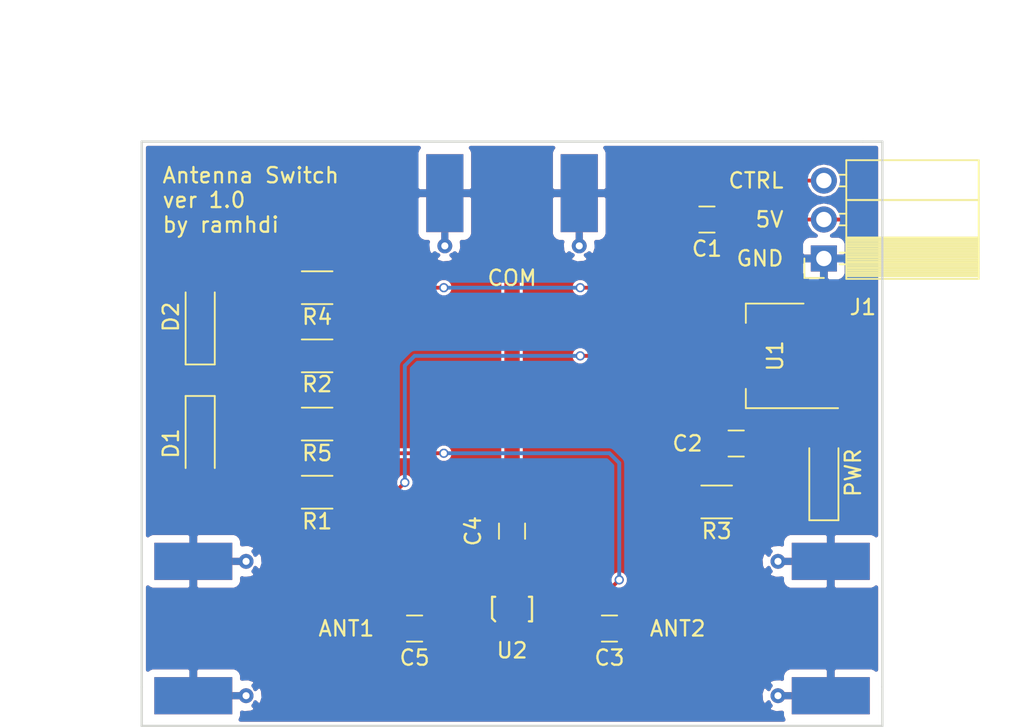
<source format=kicad_pcb>
(kicad_pcb (version 4) (host pcbnew 4.0.7)

  (general
    (links 58)
    (no_connects 7)
    (area 136.614999 83.274999 203.745001 130.885001)
    (thickness 1.6)
    (drawings 11)
    (tracks 78)
    (zones 0)
    (modules 19)
    (nets 15)
  )

  (page A4)
  (layers
    (0 F.Cu signal)
    (31 B.Cu signal)
    (32 B.Adhes user)
    (33 F.Adhes user)
    (34 B.Paste user)
    (35 F.Paste user)
    (36 B.SilkS user)
    (37 F.SilkS user)
    (38 B.Mask user)
    (39 F.Mask user)
    (40 Dwgs.User user)
    (41 Cmts.User user)
    (42 Eco1.User user)
    (43 Eco2.User user)
    (44 Edge.Cuts user)
    (45 Margin user)
    (46 B.CrtYd user)
    (47 F.CrtYd user)
    (48 B.Fab user)
    (49 F.Fab user)
  )

  (setup
    (last_trace_width 0.25)
    (user_trace_width 0.4)
    (user_trace_width 1)
    (trace_clearance 0.2)
    (zone_clearance 0.2)
    (zone_45_only no)
    (trace_min 0.2)
    (segment_width 0.2)
    (edge_width 0.15)
    (via_size 0.6)
    (via_drill 0.4)
    (via_min_size 0.4)
    (via_min_drill 0.3)
    (uvia_size 0.3)
    (uvia_drill 0.1)
    (uvias_allowed no)
    (uvia_min_size 0.2)
    (uvia_min_drill 0.1)
    (pcb_text_width 0.3)
    (pcb_text_size 1.5 1.5)
    (mod_edge_width 0.15)
    (mod_text_size 1 1)
    (mod_text_width 0.15)
    (pad_size 1.524 1.524)
    (pad_drill 0.762)
    (pad_to_mask_clearance 0.2)
    (aux_axis_origin 0 0)
    (visible_elements 7FFFFFFF)
    (pcbplotparams
      (layerselection 0x01030_80000001)
      (usegerberextensions false)
      (excludeedgelayer true)
      (linewidth 0.100000)
      (plotframeref false)
      (viasonmask false)
      (mode 1)
      (useauxorigin false)
      (hpglpennumber 1)
      (hpglpenspeed 20)
      (hpglpendiameter 15)
      (hpglpenoverlay 2)
      (psnegative false)
      (psa4output false)
      (plotreference true)
      (plotvalue true)
      (plotinvisibletext false)
      (padsonsilk false)
      (subtractmaskfromsilk false)
      (outputformat 4)
      (mirror false)
      (drillshape 0)
      (scaleselection 1)
      (outputdirectory ""))
  )

  (net 0 "")
  (net 1 +5V)
  (net 2 GND)
  (net 3 +3V3)
  (net 4 "Net-(C3-Pad1)")
  (net 5 ANT_2)
  (net 6 "Net-(C4-Pad1)")
  (net 7 ANT_C)
  (net 8 "Net-(C5-Pad1)")
  (net 9 ANT_1)
  (net 10 CTRL)
  (net 11 "Net-(D3-Pad1)")
  (net 12 "Net-(D1-Pad2)")
  (net 13 "Net-(D1-Pad1)")
  (net 14 "Net-(D2-Pad1)")

  (net_class Default "This is the default net class."
    (clearance 0.2)
    (trace_width 0.25)
    (via_dia 0.6)
    (via_drill 0.4)
    (uvia_dia 0.3)
    (uvia_drill 0.1)
    (add_net +3V3)
    (add_net +5V)
    (add_net ANT_1)
    (add_net ANT_2)
    (add_net ANT_C)
    (add_net CTRL)
    (add_net GND)
    (add_net "Net-(C3-Pad1)")
    (add_net "Net-(C4-Pad1)")
    (add_net "Net-(C5-Pad1)")
    (add_net "Net-(D1-Pad1)")
    (add_net "Net-(D1-Pad2)")
    (add_net "Net-(D2-Pad1)")
    (add_net "Net-(D3-Pad1)")
  )

  (module Capacitors_SMD:C_0805 (layer F.Cu) (tedit 5AA40FFB) (tstamp 5A899B53)
    (at 182.88 97.79 180)
    (descr "Capacitor SMD 0805, reflow soldering, AVX (see smccp.pdf)")
    (tags "capacitor 0805")
    (path /5A894145)
    (attr smd)
    (fp_text reference C1 (at 0 -1.905 180) (layer F.SilkS)
      (effects (font (size 1 1) (thickness 0.15)))
    )
    (fp_text value 10u (at 0 1.75 180) (layer F.Fab)
      (effects (font (size 1 1) (thickness 0.15)))
    )
    (fp_text user %R (at 0 -1.905 180) (layer F.Fab)
      (effects (font (size 1 1) (thickness 0.15)))
    )
    (fp_line (start -1 0.62) (end -1 -0.62) (layer F.Fab) (width 0.1))
    (fp_line (start 1 0.62) (end -1 0.62) (layer F.Fab) (width 0.1))
    (fp_line (start 1 -0.62) (end 1 0.62) (layer F.Fab) (width 0.1))
    (fp_line (start -1 -0.62) (end 1 -0.62) (layer F.Fab) (width 0.1))
    (fp_line (start 0.5 -0.85) (end -0.5 -0.85) (layer F.SilkS) (width 0.12))
    (fp_line (start -0.5 0.85) (end 0.5 0.85) (layer F.SilkS) (width 0.12))
    (fp_line (start -1.75 -0.88) (end 1.75 -0.88) (layer F.CrtYd) (width 0.05))
    (fp_line (start -1.75 -0.88) (end -1.75 0.87) (layer F.CrtYd) (width 0.05))
    (fp_line (start 1.75 0.87) (end 1.75 -0.88) (layer F.CrtYd) (width 0.05))
    (fp_line (start 1.75 0.87) (end -1.75 0.87) (layer F.CrtYd) (width 0.05))
    (pad 1 smd rect (at -1 0 180) (size 1 1.25) (layers F.Cu F.Paste F.Mask)
      (net 1 +5V))
    (pad 2 smd rect (at 1 0 180) (size 1 1.25) (layers F.Cu F.Paste F.Mask)
      (net 2 GND))
    (model Capacitors_SMD.3dshapes/C_0805.wrl
      (at (xyz 0 0 0))
      (scale (xyz 1 1 1))
      (rotate (xyz 0 0 0))
    )
  )

  (module TO_SOT_Packages_SMD:SOT-223-3_TabPin2 (layer F.Cu) (tedit 5AA4D95B) (tstamp 5A899BBF)
    (at 187.325 106.68 180)
    (descr "module CMS SOT223 4 pins")
    (tags "CMS SOT")
    (path /5A893D0C)
    (attr smd)
    (fp_text reference U1 (at 0 0 450) (layer F.SilkS)
      (effects (font (size 1 1) (thickness 0.15)))
    )
    (fp_text value AP1117-33 (at 3.175 0 270) (layer F.Fab)
      (effects (font (size 1 1) (thickness 0.15)))
    )
    (fp_text user %R (at 0 0 270) (layer F.Fab)
      (effects (font (size 0.8 0.8) (thickness 0.12)))
    )
    (fp_line (start 1.91 3.41) (end 1.91 2.15) (layer F.SilkS) (width 0.12))
    (fp_line (start 1.91 -3.41) (end 1.91 -2.15) (layer F.SilkS) (width 0.12))
    (fp_line (start 4.4 -3.6) (end -4.4 -3.6) (layer F.CrtYd) (width 0.05))
    (fp_line (start 4.4 3.6) (end 4.4 -3.6) (layer F.CrtYd) (width 0.05))
    (fp_line (start -4.4 3.6) (end 4.4 3.6) (layer F.CrtYd) (width 0.05))
    (fp_line (start -4.4 -3.6) (end -4.4 3.6) (layer F.CrtYd) (width 0.05))
    (fp_line (start -1.85 -2.35) (end -0.85 -3.35) (layer F.Fab) (width 0.1))
    (fp_line (start -1.85 -2.35) (end -1.85 3.35) (layer F.Fab) (width 0.1))
    (fp_line (start -1.85 3.41) (end 1.91 3.41) (layer F.SilkS) (width 0.12))
    (fp_line (start -0.85 -3.35) (end 1.85 -3.35) (layer F.Fab) (width 0.1))
    (fp_line (start -4.1 -3.41) (end 1.91 -3.41) (layer F.SilkS) (width 0.12))
    (fp_line (start -1.85 3.35) (end 1.85 3.35) (layer F.Fab) (width 0.1))
    (fp_line (start 1.85 -3.35) (end 1.85 3.35) (layer F.Fab) (width 0.1))
    (pad 2 smd rect (at 3.15 0 180) (size 2 3.8) (layers F.Cu F.Paste F.Mask)
      (net 3 +3V3))
    (pad 2 smd rect (at -3.15 0 180) (size 2 1.5) (layers F.Cu F.Paste F.Mask)
      (net 3 +3V3))
    (pad 3 smd rect (at -3.15 2.3 180) (size 2 1.5) (layers F.Cu F.Paste F.Mask)
      (net 1 +5V))
    (pad 1 smd rect (at -3.15 -2.3 180) (size 2 1.5) (layers F.Cu F.Paste F.Mask)
      (net 2 GND))
    (model ${KISYS3DMOD}/TO_SOT_Packages_SMD.3dshapes/SOT-223.wrl
      (at (xyz 0 0 0))
      (scale (xyz 1 1 1))
      (rotate (xyz 0 0 0))
    )
  )

  (module Capacitors_SMD:C_0805 (layer F.Cu) (tedit 5AA4C56D) (tstamp 5A899B59)
    (at 184.785 112.395 180)
    (descr "Capacitor SMD 0805, reflow soldering, AVX (see smccp.pdf)")
    (tags "capacitor 0805")
    (path /5A8941AE)
    (attr smd)
    (fp_text reference C2 (at 3.175 0 180) (layer F.SilkS)
      (effects (font (size 1 1) (thickness 0.15)))
    )
    (fp_text value 10u (at 2.54 0 270) (layer F.Fab)
      (effects (font (size 1 1) (thickness 0.15)))
    )
    (fp_text user %R (at 0 1.905 180) (layer F.Fab)
      (effects (font (size 1 1) (thickness 0.15)))
    )
    (fp_line (start -1 0.62) (end -1 -0.62) (layer F.Fab) (width 0.1))
    (fp_line (start 1 0.62) (end -1 0.62) (layer F.Fab) (width 0.1))
    (fp_line (start 1 -0.62) (end 1 0.62) (layer F.Fab) (width 0.1))
    (fp_line (start -1 -0.62) (end 1 -0.62) (layer F.Fab) (width 0.1))
    (fp_line (start 0.5 -0.85) (end -0.5 -0.85) (layer F.SilkS) (width 0.12))
    (fp_line (start -0.5 0.85) (end 0.5 0.85) (layer F.SilkS) (width 0.12))
    (fp_line (start -1.75 -0.88) (end 1.75 -0.88) (layer F.CrtYd) (width 0.05))
    (fp_line (start -1.75 -0.88) (end -1.75 0.87) (layer F.CrtYd) (width 0.05))
    (fp_line (start 1.75 0.87) (end 1.75 -0.88) (layer F.CrtYd) (width 0.05))
    (fp_line (start 1.75 0.87) (end -1.75 0.87) (layer F.CrtYd) (width 0.05))
    (pad 1 smd rect (at -1 0 180) (size 1 1.25) (layers F.Cu F.Paste F.Mask)
      (net 3 +3V3))
    (pad 2 smd rect (at 1 0 180) (size 1 1.25) (layers F.Cu F.Paste F.Mask)
      (net 2 GND))
    (model Capacitors_SMD.3dshapes/C_0805.wrl
      (at (xyz 0 0 0))
      (scale (xyz 1 1 1))
      (rotate (xyz 0 0 0))
    )
  )

  (module Capacitors_SMD:C_0805 (layer F.Cu) (tedit 5A94418C) (tstamp 5A899B5F)
    (at 176.53 124.46 180)
    (descr "Capacitor SMD 0805, reflow soldering, AVX (see smccp.pdf)")
    (tags "capacitor 0805")
    (path /5A894715)
    (attr smd)
    (fp_text reference C3 (at 0 -1.905 180) (layer F.SilkS)
      (effects (font (size 1 1) (thickness 0.15)))
    )
    (fp_text value 10u (at 0 1.75 180) (layer F.Fab)
      (effects (font (size 1 1) (thickness 0.15)))
    )
    (fp_text user %R (at 0 -1.905 180) (layer F.Fab)
      (effects (font (size 1 1) (thickness 0.15)))
    )
    (fp_line (start -1 0.62) (end -1 -0.62) (layer F.Fab) (width 0.1))
    (fp_line (start 1 0.62) (end -1 0.62) (layer F.Fab) (width 0.1))
    (fp_line (start 1 -0.62) (end 1 0.62) (layer F.Fab) (width 0.1))
    (fp_line (start -1 -0.62) (end 1 -0.62) (layer F.Fab) (width 0.1))
    (fp_line (start 0.5 -0.85) (end -0.5 -0.85) (layer F.SilkS) (width 0.12))
    (fp_line (start -0.5 0.85) (end 0.5 0.85) (layer F.SilkS) (width 0.12))
    (fp_line (start -1.75 -0.88) (end 1.75 -0.88) (layer F.CrtYd) (width 0.05))
    (fp_line (start -1.75 -0.88) (end -1.75 0.87) (layer F.CrtYd) (width 0.05))
    (fp_line (start 1.75 0.87) (end 1.75 -0.88) (layer F.CrtYd) (width 0.05))
    (fp_line (start 1.75 0.87) (end -1.75 0.87) (layer F.CrtYd) (width 0.05))
    (pad 1 smd rect (at -1 0 180) (size 1 1.25) (layers F.Cu F.Paste F.Mask)
      (net 4 "Net-(C3-Pad1)"))
    (pad 2 smd rect (at 1 0 180) (size 1 1.25) (layers F.Cu F.Paste F.Mask)
      (net 5 ANT_2))
    (model Capacitors_SMD.3dshapes/C_0805.wrl
      (at (xyz 0 0 0))
      (scale (xyz 1 1 1))
      (rotate (xyz 0 0 0))
    )
  )

  (module Capacitors_SMD:C_0805 (layer F.Cu) (tedit 5A9B6A9D) (tstamp 5A899B65)
    (at 170.18 118.11 270)
    (descr "Capacitor SMD 0805, reflow soldering, AVX (see smccp.pdf)")
    (tags "capacitor 0805")
    (path /5A8946D4)
    (attr smd)
    (fp_text reference C4 (at 0 2.54 270) (layer F.SilkS)
      (effects (font (size 1 1) (thickness 0.15)))
    )
    (fp_text value 10u (at -3.175 1.27 270) (layer F.Fab)
      (effects (font (size 1 1) (thickness 0.15)))
    )
    (fp_text user %R (at 0 2.54 270) (layer F.Fab)
      (effects (font (size 1 1) (thickness 0.15)))
    )
    (fp_line (start -1 0.62) (end -1 -0.62) (layer F.Fab) (width 0.1))
    (fp_line (start 1 0.62) (end -1 0.62) (layer F.Fab) (width 0.1))
    (fp_line (start 1 -0.62) (end 1 0.62) (layer F.Fab) (width 0.1))
    (fp_line (start -1 -0.62) (end 1 -0.62) (layer F.Fab) (width 0.1))
    (fp_line (start 0.5 -0.85) (end -0.5 -0.85) (layer F.SilkS) (width 0.12))
    (fp_line (start -0.5 0.85) (end 0.5 0.85) (layer F.SilkS) (width 0.12))
    (fp_line (start -1.75 -0.88) (end 1.75 -0.88) (layer F.CrtYd) (width 0.05))
    (fp_line (start -1.75 -0.88) (end -1.75 0.87) (layer F.CrtYd) (width 0.05))
    (fp_line (start 1.75 0.87) (end 1.75 -0.88) (layer F.CrtYd) (width 0.05))
    (fp_line (start 1.75 0.87) (end -1.75 0.87) (layer F.CrtYd) (width 0.05))
    (pad 1 smd rect (at -1 0 270) (size 1 1.25) (layers F.Cu F.Paste F.Mask)
      (net 6 "Net-(C4-Pad1)"))
    (pad 2 smd rect (at 1 0 270) (size 1 1.25) (layers F.Cu F.Paste F.Mask)
      (net 7 ANT_C))
    (model Capacitors_SMD.3dshapes/C_0805.wrl
      (at (xyz 0 0 0))
      (scale (xyz 1 1 1))
      (rotate (xyz 0 0 0))
    )
  )

  (module Capacitors_SMD:C_0805 (layer F.Cu) (tedit 5A94417B) (tstamp 5A899B6B)
    (at 163.83 124.46)
    (descr "Capacitor SMD 0805, reflow soldering, AVX (see smccp.pdf)")
    (tags "capacitor 0805")
    (path /5A894209)
    (attr smd)
    (fp_text reference C5 (at 0 1.905) (layer F.SilkS)
      (effects (font (size 1 1) (thickness 0.15)))
    )
    (fp_text value 10u (at 0 -1.27) (layer F.Fab)
      (effects (font (size 1 1) (thickness 0.15)))
    )
    (fp_text user %R (at 0 1.905) (layer F.Fab)
      (effects (font (size 1 1) (thickness 0.15)))
    )
    (fp_line (start -1 0.62) (end -1 -0.62) (layer F.Fab) (width 0.1))
    (fp_line (start 1 0.62) (end -1 0.62) (layer F.Fab) (width 0.1))
    (fp_line (start 1 -0.62) (end 1 0.62) (layer F.Fab) (width 0.1))
    (fp_line (start -1 -0.62) (end 1 -0.62) (layer F.Fab) (width 0.1))
    (fp_line (start 0.5 -0.85) (end -0.5 -0.85) (layer F.SilkS) (width 0.12))
    (fp_line (start -0.5 0.85) (end 0.5 0.85) (layer F.SilkS) (width 0.12))
    (fp_line (start -1.75 -0.88) (end 1.75 -0.88) (layer F.CrtYd) (width 0.05))
    (fp_line (start -1.75 -0.88) (end -1.75 0.87) (layer F.CrtYd) (width 0.05))
    (fp_line (start 1.75 0.87) (end 1.75 -0.88) (layer F.CrtYd) (width 0.05))
    (fp_line (start 1.75 0.87) (end -1.75 0.87) (layer F.CrtYd) (width 0.05))
    (pad 1 smd rect (at -1 0) (size 1 1.25) (layers F.Cu F.Paste F.Mask)
      (net 8 "Net-(C5-Pad1)"))
    (pad 2 smd rect (at 1 0) (size 1 1.25) (layers F.Cu F.Paste F.Mask)
      (net 9 ANT_1))
    (model Capacitors_SMD.3dshapes/C_0805.wrl
      (at (xyz 0 0 0))
      (scale (xyz 1 1 1))
      (rotate (xyz 0 0 0))
    )
  )

  (module Socket_Strips:Socket_Strip_Angled_1x03_Pitch2.54mm (layer F.Cu) (tedit 5AA4D93B) (tstamp 5A899B84)
    (at 190.5 100.33 180)
    (descr "Through hole angled socket strip, 1x03, 2.54mm pitch, 8.51mm socket length, single row")
    (tags "Through hole angled socket strip THT 1x03 2.54mm single row")
    (path /5A89404C)
    (fp_text reference J1 (at -2.54 -3.175 180) (layer F.SilkS)
      (effects (font (size 1 1) (thickness 0.15)))
    )
    (fp_text value INPUT (at -2.54 2.54 450) (layer F.Fab)
      (effects (font (size 1 1) (thickness 0.15)))
    )
    (fp_line (start -1.52 -1.27) (end -1.52 1.27) (layer F.Fab) (width 0.1))
    (fp_line (start -1.52 1.27) (end -10.03 1.27) (layer F.Fab) (width 0.1))
    (fp_line (start -10.03 1.27) (end -10.03 -1.27) (layer F.Fab) (width 0.1))
    (fp_line (start -10.03 -1.27) (end -1.52 -1.27) (layer F.Fab) (width 0.1))
    (fp_line (start 0 -0.32) (end 0 0.32) (layer F.Fab) (width 0.1))
    (fp_line (start 0 0.32) (end -1.52 0.32) (layer F.Fab) (width 0.1))
    (fp_line (start -1.52 0.32) (end -1.52 -0.32) (layer F.Fab) (width 0.1))
    (fp_line (start -1.52 -0.32) (end 0 -0.32) (layer F.Fab) (width 0.1))
    (fp_line (start -1.52 1.27) (end -1.52 3.81) (layer F.Fab) (width 0.1))
    (fp_line (start -1.52 3.81) (end -10.03 3.81) (layer F.Fab) (width 0.1))
    (fp_line (start -10.03 3.81) (end -10.03 1.27) (layer F.Fab) (width 0.1))
    (fp_line (start -10.03 1.27) (end -1.52 1.27) (layer F.Fab) (width 0.1))
    (fp_line (start 0 2.22) (end 0 2.86) (layer F.Fab) (width 0.1))
    (fp_line (start 0 2.86) (end -1.52 2.86) (layer F.Fab) (width 0.1))
    (fp_line (start -1.52 2.86) (end -1.52 2.22) (layer F.Fab) (width 0.1))
    (fp_line (start -1.52 2.22) (end 0 2.22) (layer F.Fab) (width 0.1))
    (fp_line (start -1.52 3.81) (end -1.52 6.35) (layer F.Fab) (width 0.1))
    (fp_line (start -1.52 6.35) (end -10.03 6.35) (layer F.Fab) (width 0.1))
    (fp_line (start -10.03 6.35) (end -10.03 3.81) (layer F.Fab) (width 0.1))
    (fp_line (start -10.03 3.81) (end -1.52 3.81) (layer F.Fab) (width 0.1))
    (fp_line (start 0 4.76) (end 0 5.4) (layer F.Fab) (width 0.1))
    (fp_line (start 0 5.4) (end -1.52 5.4) (layer F.Fab) (width 0.1))
    (fp_line (start -1.52 5.4) (end -1.52 4.76) (layer F.Fab) (width 0.1))
    (fp_line (start -1.52 4.76) (end 0 4.76) (layer F.Fab) (width 0.1))
    (fp_line (start -1.46 -1.33) (end -1.46 1.27) (layer F.SilkS) (width 0.12))
    (fp_line (start -1.46 1.27) (end -10.09 1.27) (layer F.SilkS) (width 0.12))
    (fp_line (start -10.09 1.27) (end -10.09 -1.33) (layer F.SilkS) (width 0.12))
    (fp_line (start -10.09 -1.33) (end -1.46 -1.33) (layer F.SilkS) (width 0.12))
    (fp_line (start -1.03 -0.38) (end -1.46 -0.38) (layer F.SilkS) (width 0.12))
    (fp_line (start -1.03 0.38) (end -1.46 0.38) (layer F.SilkS) (width 0.12))
    (fp_line (start -1.46 -1.15) (end -10.09 -1.15) (layer F.SilkS) (width 0.12))
    (fp_line (start -1.46 -1.03) (end -10.09 -1.03) (layer F.SilkS) (width 0.12))
    (fp_line (start -1.46 -0.91) (end -10.09 -0.91) (layer F.SilkS) (width 0.12))
    (fp_line (start -1.46 -0.79) (end -10.09 -0.79) (layer F.SilkS) (width 0.12))
    (fp_line (start -1.46 -0.67) (end -10.09 -0.67) (layer F.SilkS) (width 0.12))
    (fp_line (start -1.46 -0.55) (end -10.09 -0.55) (layer F.SilkS) (width 0.12))
    (fp_line (start -1.46 -0.43) (end -10.09 -0.43) (layer F.SilkS) (width 0.12))
    (fp_line (start -1.46 -0.31) (end -10.09 -0.31) (layer F.SilkS) (width 0.12))
    (fp_line (start -1.46 -0.19) (end -10.09 -0.19) (layer F.SilkS) (width 0.12))
    (fp_line (start -1.46 -0.07) (end -10.09 -0.07) (layer F.SilkS) (width 0.12))
    (fp_line (start -1.46 0.05) (end -10.09 0.05) (layer F.SilkS) (width 0.12))
    (fp_line (start -1.46 0.17) (end -10.09 0.17) (layer F.SilkS) (width 0.12))
    (fp_line (start -1.46 0.29) (end -10.09 0.29) (layer F.SilkS) (width 0.12))
    (fp_line (start -1.46 0.41) (end -10.09 0.41) (layer F.SilkS) (width 0.12))
    (fp_line (start -1.46 0.53) (end -10.09 0.53) (layer F.SilkS) (width 0.12))
    (fp_line (start -1.46 0.65) (end -10.09 0.65) (layer F.SilkS) (width 0.12))
    (fp_line (start -1.46 0.77) (end -10.09 0.77) (layer F.SilkS) (width 0.12))
    (fp_line (start -1.46 0.89) (end -10.09 0.89) (layer F.SilkS) (width 0.12))
    (fp_line (start -1.46 1.01) (end -10.09 1.01) (layer F.SilkS) (width 0.12))
    (fp_line (start -1.46 1.13) (end -10.09 1.13) (layer F.SilkS) (width 0.12))
    (fp_line (start -1.46 1.25) (end -10.09 1.25) (layer F.SilkS) (width 0.12))
    (fp_line (start -1.46 1.37) (end -10.09 1.37) (layer F.SilkS) (width 0.12))
    (fp_line (start -1.46 1.27) (end -1.46 3.81) (layer F.SilkS) (width 0.12))
    (fp_line (start -1.46 3.81) (end -10.09 3.81) (layer F.SilkS) (width 0.12))
    (fp_line (start -10.09 3.81) (end -10.09 1.27) (layer F.SilkS) (width 0.12))
    (fp_line (start -10.09 1.27) (end -1.46 1.27) (layer F.SilkS) (width 0.12))
    (fp_line (start -1.03 2.16) (end -1.46 2.16) (layer F.SilkS) (width 0.12))
    (fp_line (start -1.03 2.92) (end -1.46 2.92) (layer F.SilkS) (width 0.12))
    (fp_line (start -1.46 3.81) (end -1.46 6.41) (layer F.SilkS) (width 0.12))
    (fp_line (start -1.46 6.41) (end -10.09 6.41) (layer F.SilkS) (width 0.12))
    (fp_line (start -10.09 6.41) (end -10.09 3.81) (layer F.SilkS) (width 0.12))
    (fp_line (start -10.09 3.81) (end -1.46 3.81) (layer F.SilkS) (width 0.12))
    (fp_line (start -1.03 4.7) (end -1.46 4.7) (layer F.SilkS) (width 0.12))
    (fp_line (start -1.03 5.46) (end -1.46 5.46) (layer F.SilkS) (width 0.12))
    (fp_line (start 0 -1.27) (end 1.27 -1.27) (layer F.SilkS) (width 0.12))
    (fp_line (start 1.27 -1.27) (end 1.27 0) (layer F.SilkS) (width 0.12))
    (fp_line (start 1.8 -1.8) (end 1.8 6.85) (layer F.CrtYd) (width 0.05))
    (fp_line (start 1.8 6.85) (end -10.55 6.85) (layer F.CrtYd) (width 0.05))
    (fp_line (start -10.55 6.85) (end -10.55 -1.8) (layer F.CrtYd) (width 0.05))
    (fp_line (start -10.55 -1.8) (end 1.8 -1.8) (layer F.CrtYd) (width 0.05))
    (fp_text user %R (at -2.54 -3.175 180) (layer F.Fab)
      (effects (font (size 1 1) (thickness 0.15)))
    )
    (pad 1 thru_hole rect (at 0 0 180) (size 1.7 1.7) (drill 1) (layers *.Cu *.Mask)
      (net 2 GND))
    (pad 2 thru_hole oval (at 0 2.54 180) (size 1.7 1.7) (drill 1) (layers *.Cu *.Mask)
      (net 1 +5V))
    (pad 3 thru_hole oval (at 0 5.08 180) (size 1.7 1.7) (drill 1) (layers *.Cu *.Mask)
      (net 10 CTRL))
    (model ${KISYS3DMOD}/Socket_Strips.3dshapes/Socket_Strip_Angled_1x03_Pitch2.54mm.wrl
      (at (xyz 0 -0.1 0))
      (scale (xyz 1 1 1))
      (rotate (xyz 0 0 270))
    )
  )

  (module Connectors_Molex:Molex_SMA_Jack_Edge_Mount (layer F.Cu) (tedit 5AA4D403) (tstamp 5A899B93)
    (at 189.23 124.46 180)
    (descr "Molex SMA Jack, Edge Mount, http://www.molex.com/pdm_docs/sd/732511150_sd.pdf")
    (tags "sma edge")
    (path /5A893B82)
    (attr smd)
    (fp_text reference ANT2 (at 8.255 0 360) (layer F.SilkS)
      (effects (font (size 1 1) (thickness 0.15)))
    )
    (fp_text value ANT_2 (at 5.08 -3.175 180) (layer F.Fab)
      (effects (font (size 1 1) (thickness 0.15)))
    )
    (fp_line (start -4.76 -0.38) (end 0.49 -0.38) (layer F.Fab) (width 0.1))
    (fp_line (start -4.76 0.38) (end 0.49 0.38) (layer F.Fab) (width 0.1))
    (fp_line (start 0.49 -0.38) (end 0.49 0.38) (layer F.Fab) (width 0.1))
    (fp_line (start 0.49 3.75) (end 0.49 4.76) (layer F.Fab) (width 0.1))
    (fp_line (start 0.49 -4.76) (end 0.49 -3.75) (layer F.Fab) (width 0.1))
    (fp_line (start -14.29 -6.09) (end -14.29 6.09) (layer F.CrtYd) (width 0.05))
    (fp_line (start -14.29 6.09) (end 2.71 6.09) (layer F.CrtYd) (width 0.05))
    (fp_line (start 2.71 -6.09) (end 2.71 6.09) (layer B.CrtYd) (width 0.05))
    (fp_line (start -14.29 -6.09) (end 2.71 -6.09) (layer B.CrtYd) (width 0.05))
    (fp_line (start -14.29 -6.09) (end -14.29 6.09) (layer B.CrtYd) (width 0.05))
    (fp_line (start -14.29 6.09) (end 2.71 6.09) (layer B.CrtYd) (width 0.05))
    (fp_line (start 2.71 -6.09) (end 2.71 6.09) (layer F.CrtYd) (width 0.05))
    (fp_line (start 2.71 -6.09) (end -14.29 -6.09) (layer F.CrtYd) (width 0.05))
    (fp_line (start -4.76 -3.75) (end 0.49 -3.75) (layer F.Fab) (width 0.1))
    (fp_line (start -4.76 3.75) (end 0.49 3.75) (layer F.Fab) (width 0.1))
    (fp_line (start -13.79 -2.65) (end -5.91 -2.65) (layer F.Fab) (width 0.1))
    (fp_line (start -13.79 -2.65) (end -13.79 2.65) (layer F.Fab) (width 0.1))
    (fp_line (start -13.79 2.65) (end -5.91 2.65) (layer F.Fab) (width 0.1))
    (fp_line (start -4.76 -3.75) (end -4.76 3.75) (layer F.Fab) (width 0.1))
    (fp_line (start 0.49 -4.76) (end -5.91 -4.76) (layer F.Fab) (width 0.1))
    (fp_line (start -5.91 -4.76) (end -5.91 4.76) (layer F.Fab) (width 0.1))
    (fp_line (start -5.91 4.76) (end 0.49 4.76) (layer F.Fab) (width 0.1))
    (pad 1 smd rect (at -1.72 0 180) (size 5.08 2.29) (layers F.Cu F.Paste F.Mask)
      (net 4 "Net-(C3-Pad1)"))
    (pad 2 smd rect (at -1.72 -4.38 180) (size 5.08 2.42) (layers F.Cu F.Paste F.Mask)
      (net 2 GND))
    (pad 2 smd rect (at -1.72 4.38 180) (size 5.08 2.42) (layers F.Cu F.Paste F.Mask)
      (net 2 GND))
    (pad 2 smd rect (at -1.72 -4.38 180) (size 5.08 2.42) (layers B.Cu B.Paste B.Mask)
      (net 2 GND))
    (pad 2 smd rect (at -1.72 4.38 180) (size 5.08 2.42) (layers B.Cu B.Paste B.Mask)
      (net 2 GND))
    (pad 2 thru_hole circle (at 1.72 -4.38 180) (size 0.97 0.97) (drill 0.46) (layers *.Cu)
      (net 2 GND))
    (pad 2 thru_hole circle (at 1.72 4.38 180) (size 0.97 0.97) (drill 0.46) (layers *.Cu)
      (net 2 GND))
    (pad 2 smd rect (at 1.27 -4.38 180) (size 0.89 0.46) (layers F.Cu)
      (net 2 GND))
    (pad 2 smd rect (at 1.27 4.38 180) (size 0.89 0.46) (layers F.Cu)
      (net 2 GND))
    (pad 2 smd rect (at 1.27 -4.38 180) (size 0.89 0.46) (layers B.Cu)
      (net 2 GND))
    (pad 2 smd rect (at 1.27 4.38 180) (size 0.89 0.46) (layers B.Cu)
      (net 2 GND))
    (model ${KISYS3DMOD}/Connectors_Molex.3dshapes/Molex_SMA_Jack_Edge_Mount.wrl
      (at (xyz 0 0 0))
      (scale (xyz 1 1 1))
      (rotate (xyz 0 0 0))
    )
  )

  (module Connectors_Molex:Molex_SMA_Jack_Edge_Mount (layer F.Cu) (tedit 5A932E44) (tstamp 5A899BA2)
    (at 170.18 97.79 270)
    (descr "Molex SMA Jack, Edge Mount, http://www.molex.com/pdm_docs/sd/732511150_sd.pdf")
    (tags "sma edge")
    (path /5A893B2A)
    (attr smd)
    (fp_text reference COM (at 3.81 0 360) (layer F.SilkS)
      (effects (font (size 1 1) (thickness 0.15)))
    )
    (fp_text value ANT_C (at -1.72 -7.11 270) (layer F.Fab)
      (effects (font (size 1 1) (thickness 0.15)))
    )
    (fp_line (start -4.76 -0.38) (end 0.49 -0.38) (layer F.Fab) (width 0.1))
    (fp_line (start -4.76 0.38) (end 0.49 0.38) (layer F.Fab) (width 0.1))
    (fp_line (start 0.49 -0.38) (end 0.49 0.38) (layer F.Fab) (width 0.1))
    (fp_line (start 0.49 3.75) (end 0.49 4.76) (layer F.Fab) (width 0.1))
    (fp_line (start 0.49 -4.76) (end 0.49 -3.75) (layer F.Fab) (width 0.1))
    (fp_line (start -14.29 -6.09) (end -14.29 6.09) (layer F.CrtYd) (width 0.05))
    (fp_line (start -14.29 6.09) (end 2.71 6.09) (layer F.CrtYd) (width 0.05))
    (fp_line (start 2.71 -6.09) (end 2.71 6.09) (layer B.CrtYd) (width 0.05))
    (fp_line (start -14.29 -6.09) (end 2.71 -6.09) (layer B.CrtYd) (width 0.05))
    (fp_line (start -14.29 -6.09) (end -14.29 6.09) (layer B.CrtYd) (width 0.05))
    (fp_line (start -14.29 6.09) (end 2.71 6.09) (layer B.CrtYd) (width 0.05))
    (fp_line (start 2.71 -6.09) (end 2.71 6.09) (layer F.CrtYd) (width 0.05))
    (fp_line (start 2.71 -6.09) (end -14.29 -6.09) (layer F.CrtYd) (width 0.05))
    (fp_line (start -4.76 -3.75) (end 0.49 -3.75) (layer F.Fab) (width 0.1))
    (fp_line (start -4.76 3.75) (end 0.49 3.75) (layer F.Fab) (width 0.1))
    (fp_line (start -13.79 -2.65) (end -5.91 -2.65) (layer F.Fab) (width 0.1))
    (fp_line (start -13.79 -2.65) (end -13.79 2.65) (layer F.Fab) (width 0.1))
    (fp_line (start -13.79 2.65) (end -5.91 2.65) (layer F.Fab) (width 0.1))
    (fp_line (start -4.76 -3.75) (end -4.76 3.75) (layer F.Fab) (width 0.1))
    (fp_line (start 0.49 -4.76) (end -5.91 -4.76) (layer F.Fab) (width 0.1))
    (fp_line (start -5.91 -4.76) (end -5.91 4.76) (layer F.Fab) (width 0.1))
    (fp_line (start -5.91 4.76) (end 0.49 4.76) (layer F.Fab) (width 0.1))
    (pad 1 smd rect (at -1.72 0 270) (size 5.08 2.29) (layers F.Cu F.Paste F.Mask)
      (net 6 "Net-(C4-Pad1)"))
    (pad 2 smd rect (at -1.72 -4.38 270) (size 5.08 2.42) (layers F.Cu F.Paste F.Mask)
      (net 2 GND))
    (pad 2 smd rect (at -1.72 4.38 270) (size 5.08 2.42) (layers F.Cu F.Paste F.Mask)
      (net 2 GND))
    (pad 2 smd rect (at -1.72 -4.38 270) (size 5.08 2.42) (layers B.Cu B.Paste B.Mask)
      (net 2 GND))
    (pad 2 smd rect (at -1.72 4.38 270) (size 5.08 2.42) (layers B.Cu B.Paste B.Mask)
      (net 2 GND))
    (pad 2 thru_hole circle (at 1.72 -4.38 270) (size 0.97 0.97) (drill 0.46) (layers *.Cu)
      (net 2 GND))
    (pad 2 thru_hole circle (at 1.72 4.38 270) (size 0.97 0.97) (drill 0.46) (layers *.Cu)
      (net 2 GND))
    (pad 2 smd rect (at 1.27 -4.38 270) (size 0.89 0.46) (layers F.Cu)
      (net 2 GND))
    (pad 2 smd rect (at 1.27 4.38 270) (size 0.89 0.46) (layers F.Cu)
      (net 2 GND))
    (pad 2 smd rect (at 1.27 -4.38 270) (size 0.89 0.46) (layers B.Cu)
      (net 2 GND))
    (pad 2 smd rect (at 1.27 4.38 270) (size 0.89 0.46) (layers B.Cu)
      (net 2 GND))
    (model ${KISYS3DMOD}/Connectors_Molex.3dshapes/Molex_SMA_Jack_Edge_Mount.wrl
      (at (xyz 0 0 0))
      (scale (xyz 1 1 1))
      (rotate (xyz 0 0 0))
    )
  )

  (module Connectors_Molex:Molex_SMA_Jack_Edge_Mount (layer F.Cu) (tedit 5AA4D3D4) (tstamp 5A899BB1)
    (at 151.13 124.46)
    (descr "Molex SMA Jack, Edge Mount, http://www.molex.com/pdm_docs/sd/732511150_sd.pdf")
    (tags "sma edge")
    (path /5A893B51)
    (attr smd)
    (fp_text reference ANT1 (at 8.255 0 180) (layer F.SilkS)
      (effects (font (size 1 1) (thickness 0.15)))
    )
    (fp_text value ANT_1 (at 5.08 3.175) (layer F.Fab)
      (effects (font (size 1 1) (thickness 0.15)))
    )
    (fp_line (start -4.76 -0.38) (end 0.49 -0.38) (layer F.Fab) (width 0.1))
    (fp_line (start -4.76 0.38) (end 0.49 0.38) (layer F.Fab) (width 0.1))
    (fp_line (start 0.49 -0.38) (end 0.49 0.38) (layer F.Fab) (width 0.1))
    (fp_line (start 0.49 3.75) (end 0.49 4.76) (layer F.Fab) (width 0.1))
    (fp_line (start 0.49 -4.76) (end 0.49 -3.75) (layer F.Fab) (width 0.1))
    (fp_line (start -14.29 -6.09) (end -14.29 6.09) (layer F.CrtYd) (width 0.05))
    (fp_line (start -14.29 6.09) (end 2.71 6.09) (layer F.CrtYd) (width 0.05))
    (fp_line (start 2.71 -6.09) (end 2.71 6.09) (layer B.CrtYd) (width 0.05))
    (fp_line (start -14.29 -6.09) (end 2.71 -6.09) (layer B.CrtYd) (width 0.05))
    (fp_line (start -14.29 -6.09) (end -14.29 6.09) (layer B.CrtYd) (width 0.05))
    (fp_line (start -14.29 6.09) (end 2.71 6.09) (layer B.CrtYd) (width 0.05))
    (fp_line (start 2.71 -6.09) (end 2.71 6.09) (layer F.CrtYd) (width 0.05))
    (fp_line (start 2.71 -6.09) (end -14.29 -6.09) (layer F.CrtYd) (width 0.05))
    (fp_line (start -4.76 -3.75) (end 0.49 -3.75) (layer F.Fab) (width 0.1))
    (fp_line (start -4.76 3.75) (end 0.49 3.75) (layer F.Fab) (width 0.1))
    (fp_line (start -13.79 -2.65) (end -5.91 -2.65) (layer F.Fab) (width 0.1))
    (fp_line (start -13.79 -2.65) (end -13.79 2.65) (layer F.Fab) (width 0.1))
    (fp_line (start -13.79 2.65) (end -5.91 2.65) (layer F.Fab) (width 0.1))
    (fp_line (start -4.76 -3.75) (end -4.76 3.75) (layer F.Fab) (width 0.1))
    (fp_line (start 0.49 -4.76) (end -5.91 -4.76) (layer F.Fab) (width 0.1))
    (fp_line (start -5.91 -4.76) (end -5.91 4.76) (layer F.Fab) (width 0.1))
    (fp_line (start -5.91 4.76) (end 0.49 4.76) (layer F.Fab) (width 0.1))
    (pad 1 smd rect (at -1.72 0) (size 5.08 2.29) (layers F.Cu F.Paste F.Mask)
      (net 8 "Net-(C5-Pad1)"))
    (pad 2 smd rect (at -1.72 -4.38) (size 5.08 2.42) (layers F.Cu F.Paste F.Mask)
      (net 2 GND))
    (pad 2 smd rect (at -1.72 4.38) (size 5.08 2.42) (layers F.Cu F.Paste F.Mask)
      (net 2 GND))
    (pad 2 smd rect (at -1.72 -4.38) (size 5.08 2.42) (layers B.Cu B.Paste B.Mask)
      (net 2 GND))
    (pad 2 smd rect (at -1.72 4.38) (size 5.08 2.42) (layers B.Cu B.Paste B.Mask)
      (net 2 GND))
    (pad 2 thru_hole circle (at 1.72 -4.38) (size 0.97 0.97) (drill 0.46) (layers *.Cu)
      (net 2 GND))
    (pad 2 thru_hole circle (at 1.72 4.38) (size 0.97 0.97) (drill 0.46) (layers *.Cu)
      (net 2 GND))
    (pad 2 smd rect (at 1.27 -4.38) (size 0.89 0.46) (layers F.Cu)
      (net 2 GND))
    (pad 2 smd rect (at 1.27 4.38) (size 0.89 0.46) (layers F.Cu)
      (net 2 GND))
    (pad 2 smd rect (at 1.27 -4.38) (size 0.89 0.46) (layers B.Cu)
      (net 2 GND))
    (pad 2 smd rect (at 1.27 4.38) (size 0.89 0.46) (layers B.Cu)
      (net 2 GND))
    (model ${KISYS3DMOD}/Connectors_Molex.3dshapes/Molex_SMA_Jack_Edge_Mount.wrl
      (at (xyz 0 0 0))
      (scale (xyz 1 1 1))
      (rotate (xyz 0 0 0))
    )
  )

  (module PE4259:PE4259 (layer F.Cu) (tedit 56FBC43C) (tstamp 5A899BC9)
    (at 170.18 123.19)
    (path /5A893AA6)
    (fp_text reference U2 (at 0 2.7) (layer F.SilkS)
      (effects (font (size 1 1) (thickness 0.15)))
    )
    (fp_text value PE4259 (at 0 -2.5) (layer F.Fab)
      (effects (font (size 1 1) (thickness 0.15)))
    )
    (fp_line (start -1.1 0.8) (end -1.3 0.6) (layer F.SilkS) (width 0.15))
    (fp_line (start -1.3 -0.8) (end -1.3 0.6) (layer F.SilkS) (width 0.15))
    (fp_line (start -1.1 -0.8) (end -1.3 -0.8) (layer F.SilkS) (width 0.15))
    (fp_line (start 1.3 0.8) (end 1.1 0.8) (layer F.SilkS) (width 0.15))
    (fp_line (start 1.3 -0.8) (end 1.3 0.8) (layer F.SilkS) (width 0.15))
    (fp_line (start 1.1 -0.8) (end 1.3 -0.8) (layer F.SilkS) (width 0.15))
    (pad 2 smd trapezoid (at 0 0.975) (size 0.4 0.5) (layers F.Cu F.Paste F.Mask)
      (net 2 GND))
    (pad 1 smd trapezoid (at -0.65 0.975) (size 0.4 0.5) (layers F.Cu F.Paste F.Mask)
      (net 9 ANT_1))
    (pad 3 smd trapezoid (at 0.65 0.975) (size 0.4 0.5) (layers F.Cu F.Paste F.Mask)
      (net 5 ANT_2))
    (pad 4 smd trapezoid (at 0.65 -0.975) (size 0.4 0.5) (layers F.Cu F.Paste F.Mask)
      (net 13 "Net-(D1-Pad1)"))
    (pad 5 smd trapezoid (at 0 -0.975) (size 0.4 0.5) (layers F.Cu F.Paste F.Mask)
      (net 7 ANT_C))
    (pad 6 smd trapezoid (at -0.65 -0.975) (size 0.4 0.5) (layers F.Cu F.Paste F.Mask)
      (net 3 +3V3))
    (model ../../../../../home/liknus/git/lsf-kicad-libs/PE4259.3dshapes/PE4259.wrl
      (at (xyz 0 0 0))
      (scale (xyz 0.3937 0.3937 0.3937))
      (rotate (xyz 0 0 0))
    )
  )

  (module Resistors_SMD:R_1206_HandSoldering (layer F.Cu) (tedit 5AA4C56F) (tstamp 5A90BE86)
    (at 183.515 116.205 180)
    (descr "Resistor SMD 1206, hand soldering")
    (tags "resistor 1206")
    (path /5A8996AE)
    (attr smd)
    (fp_text reference R3 (at 0 -1.905 180) (layer F.SilkS)
      (effects (font (size 1 1) (thickness 0.15)))
    )
    (fp_text value 1k (at 2.54 0 180) (layer F.Fab)
      (effects (font (size 1 1) (thickness 0.15)))
    )
    (fp_text user %R (at 0 0 180) (layer F.Fab)
      (effects (font (size 0.7 0.7) (thickness 0.105)))
    )
    (fp_line (start -1.6 0.8) (end -1.6 -0.8) (layer F.Fab) (width 0.1))
    (fp_line (start 1.6 0.8) (end -1.6 0.8) (layer F.Fab) (width 0.1))
    (fp_line (start 1.6 -0.8) (end 1.6 0.8) (layer F.Fab) (width 0.1))
    (fp_line (start -1.6 -0.8) (end 1.6 -0.8) (layer F.Fab) (width 0.1))
    (fp_line (start 1 1.07) (end -1 1.07) (layer F.SilkS) (width 0.12))
    (fp_line (start -1 -1.07) (end 1 -1.07) (layer F.SilkS) (width 0.12))
    (fp_line (start -3.25 -1.11) (end 3.25 -1.11) (layer F.CrtYd) (width 0.05))
    (fp_line (start -3.25 -1.11) (end -3.25 1.1) (layer F.CrtYd) (width 0.05))
    (fp_line (start 3.25 1.1) (end 3.25 -1.11) (layer F.CrtYd) (width 0.05))
    (fp_line (start 3.25 1.1) (end -3.25 1.1) (layer F.CrtYd) (width 0.05))
    (pad 1 smd rect (at -2 0 180) (size 2 1.7) (layers F.Cu F.Paste F.Mask)
      (net 11 "Net-(D3-Pad1)"))
    (pad 2 smd rect (at 2 0 180) (size 2 1.7) (layers F.Cu F.Paste F.Mask)
      (net 2 GND))
    (model ${KISYS3DMOD}/Resistors_SMD.3dshapes/R_1206.wrl
      (at (xyz 0 0 0))
      (scale (xyz 1 1 1))
      (rotate (xyz 0 0 0))
    )
  )

  (module LEDs:LED_1206_HandSoldering (layer F.Cu) (tedit 5AA4D40C) (tstamp 5A932B0D)
    (at 190.5 114.3 90)
    (descr "LED SMD 1206, hand soldering")
    (tags "LED 1206")
    (path /5A898BDC)
    (attr smd)
    (fp_text reference PWR (at 0 1.905 90) (layer F.SilkS)
      (effects (font (size 1 1) (thickness 0.15)))
    )
    (fp_text value LED (at 0 -1.905 90) (layer F.Fab)
      (effects (font (size 1 1) (thickness 0.15)))
    )
    (fp_line (start -3.1 -0.95) (end -3.1 0.95) (layer F.SilkS) (width 0.12))
    (fp_line (start -0.4 0) (end 0.2 -0.4) (layer F.Fab) (width 0.1))
    (fp_line (start 0.2 -0.4) (end 0.2 0.4) (layer F.Fab) (width 0.1))
    (fp_line (start 0.2 0.4) (end -0.4 0) (layer F.Fab) (width 0.1))
    (fp_line (start -0.45 -0.4) (end -0.45 0.4) (layer F.Fab) (width 0.1))
    (fp_line (start -1.6 0.8) (end -1.6 -0.8) (layer F.Fab) (width 0.1))
    (fp_line (start 1.6 0.8) (end -1.6 0.8) (layer F.Fab) (width 0.1))
    (fp_line (start 1.6 -0.8) (end 1.6 0.8) (layer F.Fab) (width 0.1))
    (fp_line (start -1.6 -0.8) (end 1.6 -0.8) (layer F.Fab) (width 0.1))
    (fp_line (start -3.1 0.95) (end 1.6 0.95) (layer F.SilkS) (width 0.12))
    (fp_line (start -3.1 -0.95) (end 1.6 -0.95) (layer F.SilkS) (width 0.12))
    (fp_line (start -3.25 -1.11) (end 3.25 -1.11) (layer F.CrtYd) (width 0.05))
    (fp_line (start -3.25 -1.11) (end -3.25 1.1) (layer F.CrtYd) (width 0.05))
    (fp_line (start 3.25 1.1) (end 3.25 -1.11) (layer F.CrtYd) (width 0.05))
    (fp_line (start 3.25 1.1) (end -3.25 1.1) (layer F.CrtYd) (width 0.05))
    (pad 1 smd rect (at -2 0 90) (size 2 1.7) (layers F.Cu F.Paste F.Mask)
      (net 11 "Net-(D3-Pad1)"))
    (pad 2 smd rect (at 2 0 90) (size 2 1.7) (layers F.Cu F.Paste F.Mask)
      (net 3 +3V3))
    (model ${KISYS3DMOD}/LEDs.3dshapes/LED_1206.wrl
      (at (xyz 0 0 0))
      (scale (xyz 1 1 1))
      (rotate (xyz 0 0 180))
    )
  )

  (module Resistors_SMD:R_1206_HandSoldering (layer F.Cu) (tedit 5AA4C46F) (tstamp 5A9B6ADD)
    (at 157.48 102.235)
    (descr "Resistor SMD 1206, hand soldering")
    (tags "resistor 1206")
    (path /5A9B6852)
    (attr smd)
    (fp_text reference R4 (at 0 1.905) (layer F.SilkS)
      (effects (font (size 1 1) (thickness 0.15)))
    )
    (fp_text value 100 (at 0 -1.905) (layer F.Fab)
      (effects (font (size 1 1) (thickness 0.15)))
    )
    (fp_text user %R (at 0 0) (layer F.Fab)
      (effects (font (size 0.7 0.7) (thickness 0.105)))
    )
    (fp_line (start -1.6 0.8) (end -1.6 -0.8) (layer F.Fab) (width 0.1))
    (fp_line (start 1.6 0.8) (end -1.6 0.8) (layer F.Fab) (width 0.1))
    (fp_line (start 1.6 -0.8) (end 1.6 0.8) (layer F.Fab) (width 0.1))
    (fp_line (start -1.6 -0.8) (end 1.6 -0.8) (layer F.Fab) (width 0.1))
    (fp_line (start 1 1.07) (end -1 1.07) (layer F.SilkS) (width 0.12))
    (fp_line (start -1 -1.07) (end 1 -1.07) (layer F.SilkS) (width 0.12))
    (fp_line (start -3.25 -1.11) (end 3.25 -1.11) (layer F.CrtYd) (width 0.05))
    (fp_line (start -3.25 -1.11) (end -3.25 1.1) (layer F.CrtYd) (width 0.05))
    (fp_line (start 3.25 1.1) (end 3.25 -1.11) (layer F.CrtYd) (width 0.05))
    (fp_line (start 3.25 1.1) (end -3.25 1.1) (layer F.CrtYd) (width 0.05))
    (pad 1 smd rect (at -2 0) (size 2 1.7) (layers F.Cu F.Paste F.Mask)
      (net 13 "Net-(D1-Pad1)"))
    (pad 2 smd rect (at 2 0) (size 2 1.7) (layers F.Cu F.Paste F.Mask)
      (net 10 CTRL))
    (model ${KISYS3DMOD}/Resistors_SMD.3dshapes/R_1206.wrl
      (at (xyz 0 0 0))
      (scale (xyz 1 1 1))
      (rotate (xyz 0 0 0))
    )
  )

  (module Resistors_SMD:R_1206_HandSoldering (layer F.Cu) (tedit 5AA4C475) (tstamp 5A9B6AE3)
    (at 157.48 111.125)
    (descr "Resistor SMD 1206, hand soldering")
    (tags "resistor 1206")
    (path /5A9B691F)
    (attr smd)
    (fp_text reference R5 (at 0 1.905) (layer F.SilkS)
      (effects (font (size 1 1) (thickness 0.15)))
    )
    (fp_text value 200 (at 0 -1.905) (layer F.Fab)
      (effects (font (size 1 1) (thickness 0.15)))
    )
    (fp_text user %R (at 0 0) (layer F.Fab)
      (effects (font (size 0.7 0.7) (thickness 0.105)))
    )
    (fp_line (start -1.6 0.8) (end -1.6 -0.8) (layer F.Fab) (width 0.1))
    (fp_line (start 1.6 0.8) (end -1.6 0.8) (layer F.Fab) (width 0.1))
    (fp_line (start 1.6 -0.8) (end 1.6 0.8) (layer F.Fab) (width 0.1))
    (fp_line (start -1.6 -0.8) (end 1.6 -0.8) (layer F.Fab) (width 0.1))
    (fp_line (start 1 1.07) (end -1 1.07) (layer F.SilkS) (width 0.12))
    (fp_line (start -1 -1.07) (end 1 -1.07) (layer F.SilkS) (width 0.12))
    (fp_line (start -3.25 -1.11) (end 3.25 -1.11) (layer F.CrtYd) (width 0.05))
    (fp_line (start -3.25 -1.11) (end -3.25 1.1) (layer F.CrtYd) (width 0.05))
    (fp_line (start 3.25 1.1) (end 3.25 -1.11) (layer F.CrtYd) (width 0.05))
    (fp_line (start 3.25 1.1) (end -3.25 1.1) (layer F.CrtYd) (width 0.05))
    (pad 1 smd rect (at -2 0) (size 2 1.7) (layers F.Cu F.Paste F.Mask)
      (net 13 "Net-(D1-Pad1)"))
    (pad 2 smd rect (at 2 0) (size 2 1.7) (layers F.Cu F.Paste F.Mask)
      (net 2 GND))
    (model ${KISYS3DMOD}/Resistors_SMD.3dshapes/R_1206.wrl
      (at (xyz 0 0 0))
      (scale (xyz 1 1 1))
      (rotate (xyz 0 0 0))
    )
  )

  (module LEDs:LED_1206_HandSoldering (layer F.Cu) (tedit 5AA4C49B) (tstamp 5AA40894)
    (at 149.86 112.395 270)
    (descr "LED SMD 1206, hand soldering")
    (tags "LED 1206")
    (path /5A898C1F)
    (attr smd)
    (fp_text reference D1 (at 0 1.905 270) (layer F.SilkS)
      (effects (font (size 1 1) (thickness 0.15)))
    )
    (fp_text value LED (at 0 -1.905 270) (layer F.Fab)
      (effects (font (size 1 1) (thickness 0.15)))
    )
    (fp_line (start -3.1 -0.95) (end -3.1 0.95) (layer F.SilkS) (width 0.12))
    (fp_line (start -0.4 0) (end 0.2 -0.4) (layer F.Fab) (width 0.1))
    (fp_line (start 0.2 -0.4) (end 0.2 0.4) (layer F.Fab) (width 0.1))
    (fp_line (start 0.2 0.4) (end -0.4 0) (layer F.Fab) (width 0.1))
    (fp_line (start -0.45 -0.4) (end -0.45 0.4) (layer F.Fab) (width 0.1))
    (fp_line (start -1.6 0.8) (end -1.6 -0.8) (layer F.Fab) (width 0.1))
    (fp_line (start 1.6 0.8) (end -1.6 0.8) (layer F.Fab) (width 0.1))
    (fp_line (start 1.6 -0.8) (end 1.6 0.8) (layer F.Fab) (width 0.1))
    (fp_line (start -1.6 -0.8) (end 1.6 -0.8) (layer F.Fab) (width 0.1))
    (fp_line (start -3.1 0.95) (end 1.6 0.95) (layer F.SilkS) (width 0.12))
    (fp_line (start -3.1 -0.95) (end 1.6 -0.95) (layer F.SilkS) (width 0.12))
    (fp_line (start -3.25 -1.11) (end 3.25 -1.11) (layer F.CrtYd) (width 0.05))
    (fp_line (start -3.25 -1.11) (end -3.25 1.1) (layer F.CrtYd) (width 0.05))
    (fp_line (start 3.25 1.1) (end 3.25 -1.11) (layer F.CrtYd) (width 0.05))
    (fp_line (start 3.25 1.1) (end -3.25 1.1) (layer F.CrtYd) (width 0.05))
    (pad 1 smd rect (at -2 0 270) (size 2 1.7) (layers F.Cu F.Paste F.Mask)
      (net 13 "Net-(D1-Pad1)"))
    (pad 2 smd rect (at 2 0 270) (size 2 1.7) (layers F.Cu F.Paste F.Mask)
      (net 12 "Net-(D1-Pad2)"))
    (model ${KISYS3DMOD}/LEDs.3dshapes/LED_1206.wrl
      (at (xyz 0 0 0))
      (scale (xyz 1 1 1))
      (rotate (xyz 0 0 180))
    )
  )

  (module LEDs:LED_1206_HandSoldering (layer F.Cu) (tedit 5AA4C494) (tstamp 5AA4089A)
    (at 149.86 104.14 90)
    (descr "LED SMD 1206, hand soldering")
    (tags "LED 1206")
    (path /5A898C66)
    (attr smd)
    (fp_text reference D2 (at 0 -1.905 270) (layer F.SilkS)
      (effects (font (size 1 1) (thickness 0.15)))
    )
    (fp_text value LED (at 0 1.9 90) (layer F.Fab)
      (effects (font (size 1 1) (thickness 0.15)))
    )
    (fp_line (start -3.1 -0.95) (end -3.1 0.95) (layer F.SilkS) (width 0.12))
    (fp_line (start -0.4 0) (end 0.2 -0.4) (layer F.Fab) (width 0.1))
    (fp_line (start 0.2 -0.4) (end 0.2 0.4) (layer F.Fab) (width 0.1))
    (fp_line (start 0.2 0.4) (end -0.4 0) (layer F.Fab) (width 0.1))
    (fp_line (start -0.45 -0.4) (end -0.45 0.4) (layer F.Fab) (width 0.1))
    (fp_line (start -1.6 0.8) (end -1.6 -0.8) (layer F.Fab) (width 0.1))
    (fp_line (start 1.6 0.8) (end -1.6 0.8) (layer F.Fab) (width 0.1))
    (fp_line (start 1.6 -0.8) (end 1.6 0.8) (layer F.Fab) (width 0.1))
    (fp_line (start -1.6 -0.8) (end 1.6 -0.8) (layer F.Fab) (width 0.1))
    (fp_line (start -3.1 0.95) (end 1.6 0.95) (layer F.SilkS) (width 0.12))
    (fp_line (start -3.1 -0.95) (end 1.6 -0.95) (layer F.SilkS) (width 0.12))
    (fp_line (start -3.25 -1.11) (end 3.25 -1.11) (layer F.CrtYd) (width 0.05))
    (fp_line (start -3.25 -1.11) (end -3.25 1.1) (layer F.CrtYd) (width 0.05))
    (fp_line (start 3.25 1.1) (end 3.25 -1.11) (layer F.CrtYd) (width 0.05))
    (fp_line (start 3.25 1.1) (end -3.25 1.1) (layer F.CrtYd) (width 0.05))
    (pad 1 smd rect (at -2 0 90) (size 2 1.7) (layers F.Cu F.Paste F.Mask)
      (net 14 "Net-(D2-Pad1)"))
    (pad 2 smd rect (at 2 0 90) (size 2 1.7) (layers F.Cu F.Paste F.Mask)
      (net 13 "Net-(D1-Pad1)"))
    (model ${KISYS3DMOD}/LEDs.3dshapes/LED_1206.wrl
      (at (xyz 0 0 0))
      (scale (xyz 1 1 1))
      (rotate (xyz 0 0 180))
    )
  )

  (module Resistors_SMD:R_1206_HandSoldering (layer F.Cu) (tedit 5AA4C47B) (tstamp 5AA408D3)
    (at 157.48 115.57)
    (descr "Resistor SMD 1206, hand soldering")
    (tags "resistor 1206")
    (path /5A90BBED)
    (attr smd)
    (fp_text reference R1 (at 0 1.905) (layer F.SilkS)
      (effects (font (size 1 1) (thickness 0.15)))
    )
    (fp_text value 400 (at 0 -1.905) (layer F.Fab)
      (effects (font (size 1 1) (thickness 0.15)))
    )
    (fp_text user %R (at 0 0) (layer F.Fab)
      (effects (font (size 0.7 0.7) (thickness 0.105)))
    )
    (fp_line (start -1.6 0.8) (end -1.6 -0.8) (layer F.Fab) (width 0.1))
    (fp_line (start 1.6 0.8) (end -1.6 0.8) (layer F.Fab) (width 0.1))
    (fp_line (start 1.6 -0.8) (end 1.6 0.8) (layer F.Fab) (width 0.1))
    (fp_line (start -1.6 -0.8) (end 1.6 -0.8) (layer F.Fab) (width 0.1))
    (fp_line (start 1 1.07) (end -1 1.07) (layer F.SilkS) (width 0.12))
    (fp_line (start -1 -1.07) (end 1 -1.07) (layer F.SilkS) (width 0.12))
    (fp_line (start -3.25 -1.11) (end 3.25 -1.11) (layer F.CrtYd) (width 0.05))
    (fp_line (start -3.25 -1.11) (end -3.25 1.1) (layer F.CrtYd) (width 0.05))
    (fp_line (start 3.25 1.1) (end 3.25 -1.11) (layer F.CrtYd) (width 0.05))
    (fp_line (start 3.25 1.1) (end -3.25 1.1) (layer F.CrtYd) (width 0.05))
    (pad 1 smd rect (at -2 0) (size 2 1.7) (layers F.Cu F.Paste F.Mask)
      (net 12 "Net-(D1-Pad2)"))
    (pad 2 smd rect (at 2 0) (size 2 1.7) (layers F.Cu F.Paste F.Mask)
      (net 3 +3V3))
    (model ${KISYS3DMOD}/Resistors_SMD.3dshapes/R_1206.wrl
      (at (xyz 0 0 0))
      (scale (xyz 1 1 1))
      (rotate (xyz 0 0 0))
    )
  )

  (module Resistors_SMD:R_1206_HandSoldering (layer F.Cu) (tedit 5AA40B57) (tstamp 5AA408D9)
    (at 157.48 106.68 180)
    (descr "Resistor SMD 1206, hand soldering")
    (tags "resistor 1206")
    (path /5A90BB6C)
    (attr smd)
    (fp_text reference R2 (at 0 -1.85 180) (layer F.SilkS)
      (effects (font (size 1 1) (thickness 0.15)))
    )
    (fp_text value 400 (at 0 1.9 180) (layer F.Fab)
      (effects (font (size 1 1) (thickness 0.15)))
    )
    (fp_text user %R (at 0 0 180) (layer F.Fab)
      (effects (font (size 0.7 0.7) (thickness 0.105)))
    )
    (fp_line (start -1.6 0.8) (end -1.6 -0.8) (layer F.Fab) (width 0.1))
    (fp_line (start 1.6 0.8) (end -1.6 0.8) (layer F.Fab) (width 0.1))
    (fp_line (start 1.6 -0.8) (end 1.6 0.8) (layer F.Fab) (width 0.1))
    (fp_line (start -1.6 -0.8) (end 1.6 -0.8) (layer F.Fab) (width 0.1))
    (fp_line (start 1 1.07) (end -1 1.07) (layer F.SilkS) (width 0.12))
    (fp_line (start -1 -1.07) (end 1 -1.07) (layer F.SilkS) (width 0.12))
    (fp_line (start -3.25 -1.11) (end 3.25 -1.11) (layer F.CrtYd) (width 0.05))
    (fp_line (start -3.25 -1.11) (end -3.25 1.1) (layer F.CrtYd) (width 0.05))
    (fp_line (start 3.25 1.1) (end 3.25 -1.11) (layer F.CrtYd) (width 0.05))
    (fp_line (start 3.25 1.1) (end -3.25 1.1) (layer F.CrtYd) (width 0.05))
    (pad 1 smd rect (at -2 0 180) (size 2 1.7) (layers F.Cu F.Paste F.Mask)
      (net 2 GND))
    (pad 2 smd rect (at 2 0 180) (size 2 1.7) (layers F.Cu F.Paste F.Mask)
      (net 14 "Net-(D2-Pad1)"))
    (model ${KISYS3DMOD}/Resistors_SMD.3dshapes/R_1206.wrl
      (at (xyz 0 0 0))
      (scale (xyz 1 1 1))
      (rotate (xyz 0 0 0))
    )
  )

  (gr_line (start 194.31 130.81) (end 194.31 128.27) (angle 90) (layer Edge.Cuts) (width 0.15))
  (gr_line (start 146.05 130.81) (end 194.31 130.81) (angle 90) (layer Edge.Cuts) (width 0.15))
  (gr_line (start 146.05 128.27) (end 146.05 130.81) (angle 90) (layer Edge.Cuts) (width 0.15))
  (gr_line (start 194.31 128.27) (end 194.31 92.71) (angle 90) (layer Edge.Cuts) (width 0.15))
  (gr_line (start 146.05 92.71) (end 146.05 128.27) (angle 90) (layer Edge.Cuts) (width 0.15))
  (gr_text GND (at 187.96 100.33) (layer F.SilkS)
    (effects (font (size 1 1) (thickness 0.15)) (justify right))
  )
  (gr_text "Antenna Switch\nver 1.0\nby ramhdi" (at 147.32 96.52) (layer F.SilkS)
    (effects (font (size 1 1) (thickness 0.15)) (justify left))
  )
  (gr_text 5V (at 187.96 97.79) (layer F.SilkS)
    (effects (font (size 1 1) (thickness 0.15)) (justify right))
  )
  (gr_text CTRL (at 187.96 95.25) (layer F.SilkS)
    (effects (font (size 1 1) (thickness 0.15)) (justify right))
  )
  (gr_line (start 193.04 92.71) (end 194.31 92.71) (angle 90) (layer Edge.Cuts) (width 0.15))
  (gr_line (start 146.05 92.71) (end 193.04 92.71) (angle 90) (layer Edge.Cuts) (width 0.15))

  (segment (start 190.5 97.79) (end 191.77 97.79) (width 0.25) (layer F.Cu) (net 1))
  (segment (start 192.165 104.38) (end 190.475 104.38) (width 0.25) (layer F.Cu) (net 1) (tstamp 5AA40FEF))
  (segment (start 193.04 103.505) (end 192.165 104.38) (width 0.25) (layer F.Cu) (net 1) (tstamp 5AA40FEE))
  (segment (start 193.04 99.06) (end 193.04 103.505) (width 0.25) (layer F.Cu) (net 1) (tstamp 5AA40FEC))
  (segment (start 191.77 97.79) (end 193.04 99.06) (width 0.25) (layer F.Cu) (net 1) (tstamp 5AA40FEA))
  (segment (start 190.5 97.79) (end 183.88 97.79) (width 0.25) (layer F.Cu) (net 1))
  (segment (start 190.23 98.06) (end 190.5 97.79) (width 0.25) (layer F.Cu) (net 1) (tstamp 5A92E167))
  (segment (start 170.18 124.165) (end 170.18 127.635) (width 0.25) (layer F.Cu) (net 2))
  (segment (start 187.445 128.905) (end 187.51 128.84) (width 0.25) (layer F.Cu) (net 2) (tstamp 5A932F07))
  (segment (start 190.5 112.3) (end 185.88 112.3) (width 0.25) (layer F.Cu) (net 3))
  (segment (start 185.88 112.3) (end 185.785 112.395) (width 0.25) (layer F.Cu) (net 3) (tstamp 5AA4C587))
  (segment (start 190.405 112.395) (end 190.5 112.3) (width 0.25) (layer F.Cu) (net 3) (tstamp 5AA4C54B))
  (segment (start 190.475 106.68) (end 192.405 106.68) (width 0.25) (layer F.Cu) (net 3))
  (segment (start 192.5 112.3) (end 190.5 112.3) (width 0.25) (layer F.Cu) (net 3) (tstamp 5AA4C548))
  (segment (start 193.04 111.76) (end 192.5 112.3) (width 0.25) (layer F.Cu) (net 3) (tstamp 5AA4C547))
  (segment (start 193.04 111.125) (end 193.04 111.76) (width 0.25) (layer F.Cu) (net 3) (tstamp 5AA4C546))
  (segment (start 193.04 107.315) (end 193.04 111.125) (width 0.25) (layer F.Cu) (net 3) (tstamp 5AA4C545))
  (segment (start 192.405 106.68) (end 193.04 107.315) (width 0.25) (layer F.Cu) (net 3) (tstamp 5AA4C544))
  (segment (start 184.175 106.68) (end 174.625 106.68) (width 0.25) (layer F.Cu) (net 3))
  (segment (start 162.56 115.57) (end 159.48 115.57) (width 0.25) (layer F.Cu) (net 3) (tstamp 5AA4C4F7))
  (segment (start 163.195 114.935) (end 162.56 115.57) (width 0.25) (layer F.Cu) (net 3) (tstamp 5AA4C4F6))
  (via (at 163.195 114.935) (size 0.6) (drill 0.4) (layers F.Cu B.Cu) (net 3))
  (segment (start 163.195 107.315) (end 163.195 114.935) (width 0.25) (layer B.Cu) (net 3) (tstamp 5AA4C4F4))
  (segment (start 163.83 106.68) (end 163.195 107.315) (width 0.25) (layer B.Cu) (net 3) (tstamp 5AA4C4F3))
  (segment (start 174.625 106.68) (end 163.83 106.68) (width 0.25) (layer B.Cu) (net 3) (tstamp 5AA4C4F2))
  (via (at 174.625 106.68) (size 0.6) (drill 0.4) (layers F.Cu B.Cu) (net 3))
  (segment (start 169.53 122.215) (end 160.315 122.215) (width 0.25) (layer F.Cu) (net 3))
  (segment (start 160.315 122.215) (end 159.48 121.38) (width 0.25) (layer F.Cu) (net 3) (tstamp 5AA4C4EB))
  (segment (start 159.48 121.38) (end 159.48 115.57) (width 0.25) (layer F.Cu) (net 3) (tstamp 5AA4C4EC))
  (segment (start 177.53 124.46) (end 190.95 124.46) (width 1) (layer F.Cu) (net 4))
  (segment (start 170.83 124.165) (end 171.155 124.165) (width 0.4) (layer F.Cu) (net 5))
  (segment (start 171.45 124.46) (end 175.53 124.46) (width 1) (layer F.Cu) (net 5))
  (segment (start 171.155 124.165) (end 171.45 124.46) (width 0.4) (layer F.Cu) (net 5) (tstamp 5A932EFF))
  (segment (start 170.18 117.11) (end 170.18 113.3) (width 1) (layer F.Cu) (net 6))
  (segment (start 170.18 113.3) (end 170.18 96.07) (width 1) (layer F.Cu) (net 6))
  (segment (start 170.18 122.215) (end 170.18 121.285) (width 0.4) (layer F.Cu) (net 7))
  (segment (start 170.18 121.285) (end 170.18 119.11) (width 1) (layer F.Cu) (net 7))
  (segment (start 149.41 124.46) (end 162.83 124.46) (width 1) (layer F.Cu) (net 8))
  (segment (start 169.53 124.165) (end 169.205 124.165) (width 0.4) (layer F.Cu) (net 9))
  (segment (start 168.91 124.46) (end 164.83 124.46) (width 1) (layer F.Cu) (net 9))
  (segment (start 169.205 124.165) (end 168.91 124.46) (width 0.4) (layer F.Cu) (net 9) (tstamp 5A932EFC))
  (segment (start 190.5 95.25) (end 180.34 95.25) (width 0.25) (layer F.Cu) (net 10))
  (segment (start 165.735 102.235) (end 159.48 102.235) (width 0.25) (layer F.Cu) (net 10) (tstamp 5AA4C4B5))
  (via (at 165.735 102.235) (size 0.6) (drill 0.4) (layers F.Cu B.Cu) (net 10))
  (segment (start 174.625 102.235) (end 165.735 102.235) (width 0.25) (layer B.Cu) (net 10) (tstamp 5AA4C4B2))
  (via (at 174.625 102.235) (size 0.6) (drill 0.4) (layers F.Cu B.Cu) (net 10))
  (segment (start 179.07 102.235) (end 174.625 102.235) (width 0.25) (layer F.Cu) (net 10) (tstamp 5AA4C4B0))
  (segment (start 179.705 101.6) (end 179.07 102.235) (width 0.25) (layer F.Cu) (net 10) (tstamp 5AA4C4AF))
  (segment (start 179.705 95.885) (end 179.705 101.6) (width 0.25) (layer F.Cu) (net 10) (tstamp 5AA4C4AE))
  (segment (start 180.34 95.25) (end 179.705 95.885) (width 0.25) (layer F.Cu) (net 10) (tstamp 5AA4C4AD))
  (segment (start 190.5 116.3) (end 185.61 116.3) (width 0.25) (layer F.Cu) (net 11))
  (segment (start 185.61 116.3) (end 185.515 116.205) (width 0.25) (layer F.Cu) (net 11) (tstamp 5AA4C667))
  (segment (start 185.61 116.3) (end 185.515 116.205) (width 0.25) (layer F.Cu) (net 11) (tstamp 5AA4C58D))
  (segment (start 190.405 116.205) (end 190.5 116.3) (width 0.25) (layer F.Cu) (net 11) (tstamp 5AA4C554))
  (segment (start 149.86 114.395) (end 149.86 114.935) (width 0.25) (layer F.Cu) (net 12))
  (segment (start 149.86 114.935) (end 150.495 115.57) (width 0.25) (layer F.Cu) (net 12) (tstamp 5AA4C4E3))
  (segment (start 150.495 115.57) (end 155.48 115.57) (width 0.25) (layer F.Cu) (net 12) (tstamp 5AA4C4E4))
  (segment (start 155.48 111.125) (end 155.48 112.3) (width 0.25) (layer F.Cu) (net 13))
  (segment (start 176.235 122.215) (end 170.83 122.215) (width 0.25) (layer F.Cu) (net 13) (tstamp 5AA4C50A))
  (segment (start 177.165 121.285) (end 176.235 122.215) (width 0.25) (layer F.Cu) (net 13) (tstamp 5AA4C509))
  (via (at 177.165 121.285) (size 0.6) (drill 0.4) (layers F.Cu B.Cu) (net 13))
  (segment (start 177.165 113.665) (end 177.165 121.285) (width 0.25) (layer B.Cu) (net 13) (tstamp 5AA4C506))
  (segment (start 176.53 113.03) (end 177.165 113.665) (width 0.25) (layer B.Cu) (net 13) (tstamp 5AA4C505))
  (segment (start 165.735 113.03) (end 176.53 113.03) (width 0.25) (layer B.Cu) (net 13) (tstamp 5AA4C504))
  (via (at 165.735 113.03) (size 0.6) (drill 0.4) (layers F.Cu B.Cu) (net 13))
  (segment (start 156.21 113.03) (end 165.735 113.03) (width 0.25) (layer F.Cu) (net 13) (tstamp 5AA4C502))
  (segment (start 155.48 112.3) (end 156.21 113.03) (width 0.25) (layer F.Cu) (net 13) (tstamp 5AA4C500))
  (segment (start 155.48 111.125) (end 150.59 111.125) (width 0.25) (layer F.Cu) (net 13))
  (segment (start 150.59 111.125) (end 149.86 110.395) (width 0.25) (layer F.Cu) (net 13) (tstamp 5AA4C4E0))
  (segment (start 149.86 102.14) (end 148.05 102.14) (width 0.25) (layer F.Cu) (net 13))
  (segment (start 147.86 110.395) (end 149.86 110.395) (width 0.25) (layer F.Cu) (net 13) (tstamp 5AA4C4DC))
  (segment (start 147.32 109.855) (end 147.86 110.395) (width 0.25) (layer F.Cu) (net 13) (tstamp 5AA4C4DB))
  (segment (start 147.32 102.87) (end 147.32 109.855) (width 0.25) (layer F.Cu) (net 13) (tstamp 5AA4C4DA))
  (segment (start 148.05 102.14) (end 147.32 102.87) (width 0.25) (layer F.Cu) (net 13) (tstamp 5AA4C4D9))
  (segment (start 155.48 102.235) (end 149.955 102.235) (width 0.25) (layer F.Cu) (net 13))
  (segment (start 149.955 102.235) (end 149.86 102.14) (width 0.25) (layer F.Cu) (net 13) (tstamp 5AA4C4D3))
  (segment (start 155.48 106.68) (end 150.4 106.68) (width 0.25) (layer F.Cu) (net 14))
  (segment (start 150.4 106.68) (end 149.86 106.14) (width 0.25) (layer F.Cu) (net 14) (tstamp 5AA4C4D6))

  (zone (net 2) (net_name GND) (layer B.Cu) (tstamp 5A933261) (hatch edge 0.508)
    (connect_pads (clearance 0.2))
    (min_thickness 0.254)
    (fill yes (arc_segments 16) (thermal_gap 0.508) (thermal_bridge_width 0.508))
    (polygon
      (pts
        (xy 146.05 92.71) (xy 146.05 130.81) (xy 194.31 130.81) (xy 194.31 92.71)
      )
    )
    (filled_polygon
      (pts
        (xy 164.051673 93.170302) (xy 163.955 93.403691) (xy 163.955 95.78425) (xy 164.11375 95.943) (xy 165.673 95.943)
        (xy 165.673 95.923) (xy 165.927 95.923) (xy 165.927 95.943) (xy 167.48625 95.943) (xy 167.645 95.78425)
        (xy 167.645 93.403691) (xy 167.548327 93.170302) (xy 167.490025 93.112) (xy 172.869975 93.112) (xy 172.811673 93.170302)
        (xy 172.715 93.403691) (xy 172.715 95.78425) (xy 172.87375 95.943) (xy 174.433 95.943) (xy 174.433 95.923)
        (xy 174.687 95.923) (xy 174.687 95.943) (xy 176.24625 95.943) (xy 176.405 95.78425) (xy 176.405 95.25)
        (xy 189.299941 95.25) (xy 189.389535 95.700418) (xy 189.644676 96.082265) (xy 190.026523 96.337406) (xy 190.476941 96.427)
        (xy 190.523059 96.427) (xy 190.973477 96.337406) (xy 191.355324 96.082265) (xy 191.610465 95.700418) (xy 191.700059 95.25)
        (xy 191.610465 94.799582) (xy 191.355324 94.417735) (xy 190.973477 94.162594) (xy 190.523059 94.073) (xy 190.476941 94.073)
        (xy 190.026523 94.162594) (xy 189.644676 94.417735) (xy 189.389535 94.799582) (xy 189.299941 95.25) (xy 176.405 95.25)
        (xy 176.405 93.403691) (xy 176.308327 93.170302) (xy 176.250025 93.112) (xy 193.908 93.112) (xy 193.908 118.389975)
        (xy 193.849698 118.331673) (xy 193.616309 118.235) (xy 191.23575 118.235) (xy 191.077 118.39375) (xy 191.077 119.953)
        (xy 191.097 119.953) (xy 191.097 120.207) (xy 191.077 120.207) (xy 191.077 121.76625) (xy 191.23575 121.925)
        (xy 193.616309 121.925) (xy 193.849698 121.828327) (xy 193.908 121.770025) (xy 193.908 127.149975) (xy 193.849698 127.091673)
        (xy 193.616309 126.995) (xy 191.23575 126.995) (xy 191.077 127.15375) (xy 191.077 128.713) (xy 191.097 128.713)
        (xy 191.097 128.967) (xy 191.077 128.967) (xy 191.077 128.987) (xy 190.823 128.987) (xy 190.823 128.967)
        (xy 190.803 128.967) (xy 190.803 128.713) (xy 190.823 128.713) (xy 190.823 127.15375) (xy 190.66425 126.995)
        (xy 188.283691 126.995) (xy 188.050302 127.091673) (xy 187.871673 127.270301) (xy 187.775 127.50369) (xy 187.775 127.747871)
        (xy 187.651436 127.706851) (xy 187.207032 127.738982) (xy 186.945692 127.847232) (xy 186.910405 128.0608) (xy 187.03829 128.188685)
        (xy 186.976673 128.250301) (xy 186.907557 128.417162) (xy 186.7308 128.240405) (xy 186.517232 128.275692) (xy 186.376851 128.698564)
        (xy 186.408982 129.142968) (xy 186.517232 129.404308) (xy 186.7308 129.439595) (xy 186.907557 129.262838) (xy 186.976673 129.429699)
        (xy 187.03829 129.491315) (xy 186.910405 129.6192) (xy 186.945692 129.832768) (xy 187.368564 129.973149) (xy 187.775 129.943763)
        (xy 187.775 130.17631) (xy 187.870969 130.408) (xy 152.489031 130.408) (xy 152.585 130.17631) (xy 152.585 129.932129)
        (xy 152.708564 129.973149) (xy 153.152968 129.941018) (xy 153.414308 129.832768) (xy 153.449595 129.6192) (xy 153.32171 129.491315)
        (xy 153.383327 129.429699) (xy 153.452443 129.262838) (xy 153.6292 129.439595) (xy 153.842768 129.404308) (xy 153.983149 128.981436)
        (xy 153.951018 128.537032) (xy 153.842768 128.275692) (xy 153.6292 128.240405) (xy 153.452443 128.417162) (xy 153.383327 128.250301)
        (xy 153.32171 128.188685) (xy 153.449595 128.0608) (xy 153.414308 127.847232) (xy 152.991436 127.706851) (xy 152.585 127.736237)
        (xy 152.585 127.50369) (xy 152.488327 127.270301) (xy 152.309698 127.091673) (xy 152.076309 126.995) (xy 149.69575 126.995)
        (xy 149.537 127.15375) (xy 149.537 128.713) (xy 149.557 128.713) (xy 149.557 128.967) (xy 149.537 128.967)
        (xy 149.537 128.987) (xy 149.283 128.987) (xy 149.283 128.967) (xy 149.263 128.967) (xy 149.263 128.713)
        (xy 149.283 128.713) (xy 149.283 127.15375) (xy 149.12425 126.995) (xy 146.743691 126.995) (xy 146.510302 127.091673)
        (xy 146.452 127.149975) (xy 146.452 121.770025) (xy 146.510302 121.828327) (xy 146.743691 121.925) (xy 149.12425 121.925)
        (xy 149.283 121.76625) (xy 149.283 120.207) (xy 149.263 120.207) (xy 149.263 119.953) (xy 149.283 119.953)
        (xy 149.283 118.39375) (xy 149.537 118.39375) (xy 149.537 119.953) (xy 149.557 119.953) (xy 149.557 120.207)
        (xy 149.537 120.207) (xy 149.537 121.76625) (xy 149.69575 121.925) (xy 152.076309 121.925) (xy 152.309698 121.828327)
        (xy 152.488327 121.649699) (xy 152.585 121.41631) (xy 152.585 121.172129) (xy 152.708564 121.213149) (xy 153.152968 121.181018)
        (xy 153.414308 121.072768) (xy 153.449595 120.8592) (xy 153.32171 120.731315) (xy 153.383327 120.669699) (xy 153.452443 120.502838)
        (xy 153.6292 120.679595) (xy 153.842768 120.644308) (xy 153.983149 120.221436) (xy 153.951018 119.777032) (xy 153.842768 119.515692)
        (xy 153.6292 119.480405) (xy 153.452443 119.657162) (xy 153.383327 119.490301) (xy 153.32171 119.428685) (xy 153.449595 119.3008)
        (xy 153.414308 119.087232) (xy 152.991436 118.946851) (xy 152.585 118.976237) (xy 152.585 118.74369) (xy 152.488327 118.510301)
        (xy 152.309698 118.331673) (xy 152.076309 118.235) (xy 149.69575 118.235) (xy 149.537 118.39375) (xy 149.283 118.39375)
        (xy 149.12425 118.235) (xy 146.743691 118.235) (xy 146.510302 118.331673) (xy 146.452 118.389975) (xy 146.452 115.059171)
        (xy 162.567891 115.059171) (xy 162.663145 115.289703) (xy 162.839369 115.466235) (xy 163.069735 115.561891) (xy 163.319171 115.562109)
        (xy 163.549703 115.466855) (xy 163.726235 115.290631) (xy 163.821891 115.060265) (xy 163.822109 114.810829) (xy 163.726855 114.580297)
        (xy 163.647 114.500302) (xy 163.647 113.154171) (xy 165.107891 113.154171) (xy 165.203145 113.384703) (xy 165.379369 113.561235)
        (xy 165.609735 113.656891) (xy 165.859171 113.657109) (xy 166.089703 113.561855) (xy 166.169698 113.482) (xy 176.342776 113.482)
        (xy 176.713 113.852225) (xy 176.713 120.850272) (xy 176.633765 120.929369) (xy 176.538109 121.159735) (xy 176.537891 121.409171)
        (xy 176.633145 121.639703) (xy 176.809369 121.816235) (xy 177.039735 121.911891) (xy 177.289171 121.912109) (xy 177.519703 121.816855)
        (xy 177.696235 121.640631) (xy 177.791891 121.410265) (xy 177.792109 121.160829) (xy 177.696855 120.930297) (xy 177.617 120.850302)
        (xy 177.617 119.938564) (xy 186.376851 119.938564) (xy 186.408982 120.382968) (xy 186.517232 120.644308) (xy 186.7308 120.679595)
        (xy 186.907557 120.502838) (xy 186.976673 120.669699) (xy 187.03829 120.731315) (xy 186.910405 120.8592) (xy 186.945692 121.072768)
        (xy 187.368564 121.213149) (xy 187.775 121.183763) (xy 187.775 121.41631) (xy 187.871673 121.649699) (xy 188.050302 121.828327)
        (xy 188.283691 121.925) (xy 190.66425 121.925) (xy 190.823 121.76625) (xy 190.823 120.207) (xy 190.803 120.207)
        (xy 190.803 119.953) (xy 190.823 119.953) (xy 190.823 118.39375) (xy 190.66425 118.235) (xy 188.283691 118.235)
        (xy 188.050302 118.331673) (xy 187.871673 118.510301) (xy 187.775 118.74369) (xy 187.775 118.987871) (xy 187.651436 118.946851)
        (xy 187.207032 118.978982) (xy 186.945692 119.087232) (xy 186.910405 119.3008) (xy 187.03829 119.428685) (xy 186.976673 119.490301)
        (xy 186.907557 119.657162) (xy 186.7308 119.480405) (xy 186.517232 119.515692) (xy 186.376851 119.938564) (xy 177.617 119.938564)
        (xy 177.617 113.665) (xy 177.582594 113.492027) (xy 177.510882 113.384703) (xy 177.484613 113.345388) (xy 176.849612 112.710388)
        (xy 176.702973 112.612406) (xy 176.53 112.578) (xy 166.169728 112.578) (xy 166.090631 112.498765) (xy 165.860265 112.403109)
        (xy 165.610829 112.402891) (xy 165.380297 112.498145) (xy 165.203765 112.674369) (xy 165.108109 112.904735) (xy 165.107891 113.154171)
        (xy 163.647 113.154171) (xy 163.647 107.502224) (xy 164.017225 107.132) (xy 174.190272 107.132) (xy 174.269369 107.211235)
        (xy 174.499735 107.306891) (xy 174.749171 107.307109) (xy 174.979703 107.211855) (xy 175.156235 107.035631) (xy 175.251891 106.805265)
        (xy 175.252109 106.555829) (xy 175.156855 106.325297) (xy 174.980631 106.148765) (xy 174.750265 106.053109) (xy 174.500829 106.052891)
        (xy 174.270297 106.148145) (xy 174.190302 106.228) (xy 163.83 106.228) (xy 163.657027 106.262406) (xy 163.510388 106.360387)
        (xy 162.875388 106.995388) (xy 162.777406 107.142027) (xy 162.743 107.315) (xy 162.743 114.500272) (xy 162.663765 114.579369)
        (xy 162.568109 114.809735) (xy 162.567891 115.059171) (xy 146.452 115.059171) (xy 146.452 102.359171) (xy 165.107891 102.359171)
        (xy 165.203145 102.589703) (xy 165.379369 102.766235) (xy 165.609735 102.861891) (xy 165.859171 102.862109) (xy 166.089703 102.766855)
        (xy 166.169698 102.687) (xy 174.190272 102.687) (xy 174.269369 102.766235) (xy 174.499735 102.861891) (xy 174.749171 102.862109)
        (xy 174.979703 102.766855) (xy 175.156235 102.590631) (xy 175.251891 102.360265) (xy 175.252109 102.110829) (xy 175.156855 101.880297)
        (xy 174.980631 101.703765) (xy 174.750265 101.608109) (xy 174.500829 101.607891) (xy 174.270297 101.703145) (xy 174.190302 101.783)
        (xy 166.169728 101.783) (xy 166.090631 101.703765) (xy 165.860265 101.608109) (xy 165.610829 101.607891) (xy 165.380297 101.703145)
        (xy 165.203765 101.879369) (xy 165.108109 102.109735) (xy 165.107891 102.359171) (xy 146.452 102.359171) (xy 146.452 96.35575)
        (xy 163.955 96.35575) (xy 163.955 98.736309) (xy 164.051673 98.969698) (xy 164.230301 99.148327) (xy 164.46369 99.245)
        (xy 164.707871 99.245) (xy 164.666851 99.368564) (xy 164.698982 99.812968) (xy 164.807232 100.074308) (xy 165.0208 100.109595)
        (xy 165.148685 99.98171) (xy 165.210301 100.043327) (xy 165.377162 100.112443) (xy 165.200405 100.2892) (xy 165.235692 100.502768)
        (xy 165.658564 100.643149) (xy 166.102968 100.611018) (xy 166.364308 100.502768) (xy 166.399595 100.2892) (xy 166.222838 100.112443)
        (xy 166.389699 100.043327) (xy 166.451315 99.98171) (xy 166.5792 100.109595) (xy 166.792768 100.074308) (xy 166.933149 99.651436)
        (xy 166.903763 99.245) (xy 167.13631 99.245) (xy 167.369699 99.148327) (xy 167.548327 98.969698) (xy 167.645 98.736309)
        (xy 167.645 96.35575) (xy 172.715 96.35575) (xy 172.715 98.736309) (xy 172.811673 98.969698) (xy 172.990301 99.148327)
        (xy 173.22369 99.245) (xy 173.467871 99.245) (xy 173.426851 99.368564) (xy 173.458982 99.812968) (xy 173.567232 100.074308)
        (xy 173.7808 100.109595) (xy 173.908685 99.98171) (xy 173.970301 100.043327) (xy 174.137162 100.112443) (xy 173.960405 100.2892)
        (xy 173.995692 100.502768) (xy 174.418564 100.643149) (xy 174.797519 100.61575) (xy 189.015 100.61575) (xy 189.015 101.30631)
        (xy 189.111673 101.539699) (xy 189.290302 101.718327) (xy 189.523691 101.815) (xy 190.21425 101.815) (xy 190.373 101.65625)
        (xy 190.373 100.457) (xy 190.627 100.457) (xy 190.627 101.65625) (xy 190.78575 101.815) (xy 191.476309 101.815)
        (xy 191.709698 101.718327) (xy 191.888327 101.539699) (xy 191.985 101.30631) (xy 191.985 100.61575) (xy 191.82625 100.457)
        (xy 190.627 100.457) (xy 190.373 100.457) (xy 189.17375 100.457) (xy 189.015 100.61575) (xy 174.797519 100.61575)
        (xy 174.862968 100.611018) (xy 175.124308 100.502768) (xy 175.159595 100.2892) (xy 174.982838 100.112443) (xy 175.149699 100.043327)
        (xy 175.211315 99.98171) (xy 175.3392 100.109595) (xy 175.552768 100.074308) (xy 175.693149 99.651436) (xy 175.671622 99.35369)
        (xy 189.015 99.35369) (xy 189.015 100.04425) (xy 189.17375 100.203) (xy 190.373 100.203) (xy 190.373 100.183)
        (xy 190.627 100.183) (xy 190.627 100.203) (xy 191.82625 100.203) (xy 191.985 100.04425) (xy 191.985 99.35369)
        (xy 191.888327 99.120301) (xy 191.709698 98.941673) (xy 191.476309 98.845) (xy 191.021976 98.845) (xy 191.355324 98.622265)
        (xy 191.610465 98.240418) (xy 191.700059 97.79) (xy 191.610465 97.339582) (xy 191.355324 96.957735) (xy 190.973477 96.702594)
        (xy 190.523059 96.613) (xy 190.476941 96.613) (xy 190.026523 96.702594) (xy 189.644676 96.957735) (xy 189.389535 97.339582)
        (xy 189.299941 97.79) (xy 189.389535 98.240418) (xy 189.644676 98.622265) (xy 189.978024 98.845) (xy 189.523691 98.845)
        (xy 189.290302 98.941673) (xy 189.111673 99.120301) (xy 189.015 99.35369) (xy 175.671622 99.35369) (xy 175.663763 99.245)
        (xy 175.89631 99.245) (xy 176.129699 99.148327) (xy 176.308327 98.969698) (xy 176.405 98.736309) (xy 176.405 96.35575)
        (xy 176.24625 96.197) (xy 174.687 96.197) (xy 174.687 96.217) (xy 174.433 96.217) (xy 174.433 96.197)
        (xy 172.87375 96.197) (xy 172.715 96.35575) (xy 167.645 96.35575) (xy 167.48625 96.197) (xy 165.927 96.197)
        (xy 165.927 96.217) (xy 165.673 96.217) (xy 165.673 96.197) (xy 164.11375 96.197) (xy 163.955 96.35575)
        (xy 146.452 96.35575) (xy 146.452 93.112) (xy 164.109975 93.112)
      )
    )
  )
  (zone (net 2) (net_name GND) (layer F.Cu) (tstamp 5A933263) (hatch edge 0.508)
    (connect_pads (clearance 0.2))
    (min_thickness 0.254)
    (fill yes (arc_segments 16) (thermal_gap 0.508) (thermal_bridge_width 0.508))
    (polygon
      (pts
        (xy 146.05 130.81) (xy 194.31 130.81) (xy 194.31 92.71) (xy 146.05 92.71)
      )
    )
    (filled_polygon
      (pts
        (xy 164.051673 93.170302) (xy 163.955 93.403691) (xy 163.955 95.78425) (xy 164.11375 95.943) (xy 165.673 95.943)
        (xy 165.673 95.923) (xy 165.927 95.923) (xy 165.927 95.943) (xy 167.48625 95.943) (xy 167.645 95.78425)
        (xy 167.645 93.53) (xy 168.701594 93.53) (xy 168.701594 98.61) (xy 168.724395 98.731179) (xy 168.796012 98.842474)
        (xy 168.905286 98.917138) (xy 169.035 98.943406) (xy 169.353 98.943406) (xy 169.353 116.351402) (xy 169.322526 116.371012)
        (xy 169.247862 116.480286) (xy 169.221594 116.61) (xy 169.221594 117.61) (xy 169.244395 117.731179) (xy 169.316012 117.842474)
        (xy 169.425286 117.917138) (xy 169.555 117.943406) (xy 170.805 117.943406) (xy 170.926179 117.920605) (xy 171.037474 117.848988)
        (xy 171.112138 117.739714) (xy 171.138406 117.61) (xy 171.138406 116.61) (xy 171.115968 116.49075) (xy 179.88 116.49075)
        (xy 179.88 117.18131) (xy 179.976673 117.414699) (xy 180.155302 117.593327) (xy 180.388691 117.69) (xy 181.22925 117.69)
        (xy 181.388 117.53125) (xy 181.388 116.332) (xy 181.642 116.332) (xy 181.642 117.53125) (xy 181.80075 117.69)
        (xy 182.641309 117.69) (xy 182.874698 117.593327) (xy 183.053327 117.414699) (xy 183.15 117.18131) (xy 183.15 116.49075)
        (xy 182.99125 116.332) (xy 181.642 116.332) (xy 181.388 116.332) (xy 180.03875 116.332) (xy 179.88 116.49075)
        (xy 171.115968 116.49075) (xy 171.115605 116.488821) (xy 171.043988 116.377526) (xy 171.007 116.352253) (xy 171.007 115.22869)
        (xy 179.88 115.22869) (xy 179.88 115.91925) (xy 180.03875 116.078) (xy 181.388 116.078) (xy 181.388 114.87875)
        (xy 181.642 114.87875) (xy 181.642 116.078) (xy 182.99125 116.078) (xy 183.15 115.91925) (xy 183.15 115.355)
        (xy 184.181594 115.355) (xy 184.181594 117.055) (xy 184.204395 117.176179) (xy 184.276012 117.287474) (xy 184.385286 117.362138)
        (xy 184.515 117.388406) (xy 186.515 117.388406) (xy 186.636179 117.365605) (xy 186.747474 117.293988) (xy 186.822138 117.184714)
        (xy 186.848406 117.055) (xy 186.848406 116.752) (xy 189.316594 116.752) (xy 189.316594 117.3) (xy 189.339395 117.421179)
        (xy 189.411012 117.532474) (xy 189.520286 117.607138) (xy 189.65 117.633406) (xy 191.35 117.633406) (xy 191.471179 117.610605)
        (xy 191.582474 117.538988) (xy 191.657138 117.429714) (xy 191.683406 117.3) (xy 191.683406 115.3) (xy 191.660605 115.178821)
        (xy 191.588988 115.067526) (xy 191.479714 114.992862) (xy 191.35 114.966594) (xy 189.65 114.966594) (xy 189.528821 114.989395)
        (xy 189.417526 115.061012) (xy 189.342862 115.170286) (xy 189.316594 115.3) (xy 189.316594 115.848) (xy 186.848406 115.848)
        (xy 186.848406 115.355) (xy 186.825605 115.233821) (xy 186.753988 115.122526) (xy 186.644714 115.047862) (xy 186.515 115.021594)
        (xy 184.515 115.021594) (xy 184.393821 115.044395) (xy 184.282526 115.116012) (xy 184.207862 115.225286) (xy 184.181594 115.355)
        (xy 183.15 115.355) (xy 183.15 115.22869) (xy 183.053327 114.995301) (xy 182.874698 114.816673) (xy 182.641309 114.72)
        (xy 181.80075 114.72) (xy 181.642 114.87875) (xy 181.388 114.87875) (xy 181.22925 114.72) (xy 180.388691 114.72)
        (xy 180.155302 114.816673) (xy 179.976673 114.995301) (xy 179.88 115.22869) (xy 171.007 115.22869) (xy 171.007 112.68075)
        (xy 182.65 112.68075) (xy 182.65 113.14631) (xy 182.746673 113.379699) (xy 182.925302 113.558327) (xy 183.158691 113.655)
        (xy 183.49925 113.655) (xy 183.658 113.49625) (xy 183.658 112.522) (xy 183.912 112.522) (xy 183.912 113.49625)
        (xy 184.07075 113.655) (xy 184.411309 113.655) (xy 184.644698 113.558327) (xy 184.823327 113.379699) (xy 184.92 113.14631)
        (xy 184.92 112.68075) (xy 184.76125 112.522) (xy 183.912 112.522) (xy 183.658 112.522) (xy 182.80875 112.522)
        (xy 182.65 112.68075) (xy 171.007 112.68075) (xy 171.007 111.64369) (xy 182.65 111.64369) (xy 182.65 112.10925)
        (xy 182.80875 112.268) (xy 183.658 112.268) (xy 183.658 111.29375) (xy 183.912 111.29375) (xy 183.912 112.268)
        (xy 184.76125 112.268) (xy 184.92 112.10925) (xy 184.92 111.77) (xy 184.951594 111.77) (xy 184.951594 113.02)
        (xy 184.974395 113.141179) (xy 185.046012 113.252474) (xy 185.155286 113.327138) (xy 185.285 113.353406) (xy 186.285 113.353406)
        (xy 186.406179 113.330605) (xy 186.517474 113.258988) (xy 186.592138 113.149714) (xy 186.618406 113.02) (xy 186.618406 112.752)
        (xy 189.316594 112.752) (xy 189.316594 113.3) (xy 189.339395 113.421179) (xy 189.411012 113.532474) (xy 189.520286 113.607138)
        (xy 189.65 113.633406) (xy 191.35 113.633406) (xy 191.471179 113.610605) (xy 191.582474 113.538988) (xy 191.657138 113.429714)
        (xy 191.683406 113.3) (xy 191.683406 112.752) (xy 192.5 112.752) (xy 192.672973 112.717594) (xy 192.819612 112.619612)
        (xy 193.359612 112.079612) (xy 193.457594 111.932973) (xy 193.467652 111.882406) (xy 193.492 111.76) (xy 193.492 107.315)
        (xy 193.457594 107.142027) (xy 193.450894 107.132) (xy 193.359613 106.995388) (xy 192.724612 106.360388) (xy 192.577973 106.262406)
        (xy 192.405 106.228) (xy 191.808406 106.228) (xy 191.808406 105.93) (xy 191.785605 105.808821) (xy 191.713988 105.697526)
        (xy 191.604714 105.622862) (xy 191.475 105.596594) (xy 189.475 105.596594) (xy 189.353821 105.619395) (xy 189.242526 105.691012)
        (xy 189.167862 105.800286) (xy 189.141594 105.93) (xy 189.141594 107.43) (xy 189.164395 107.551179) (xy 189.225444 107.646051)
        (xy 189.115302 107.691673) (xy 188.936673 107.870301) (xy 188.84 108.10369) (xy 188.84 108.69425) (xy 188.99875 108.853)
        (xy 190.348 108.853) (xy 190.348 108.833) (xy 190.602 108.833) (xy 190.602 108.853) (xy 191.95125 108.853)
        (xy 192.11 108.69425) (xy 192.11 108.10369) (xy 192.013327 107.870301) (xy 191.834698 107.691673) (xy 191.723457 107.645596)
        (xy 191.782138 107.559714) (xy 191.808406 107.43) (xy 191.808406 107.132) (xy 192.217776 107.132) (xy 192.588 107.502225)
        (xy 192.588 111.572776) (xy 192.312776 111.848) (xy 191.683406 111.848) (xy 191.683406 111.3) (xy 191.660605 111.178821)
        (xy 191.588988 111.067526) (xy 191.479714 110.992862) (xy 191.35 110.966594) (xy 189.65 110.966594) (xy 189.528821 110.989395)
        (xy 189.417526 111.061012) (xy 189.342862 111.170286) (xy 189.316594 111.3) (xy 189.316594 111.848) (xy 186.618406 111.848)
        (xy 186.618406 111.77) (xy 186.595605 111.648821) (xy 186.523988 111.537526) (xy 186.414714 111.462862) (xy 186.285 111.436594)
        (xy 185.285 111.436594) (xy 185.163821 111.459395) (xy 185.052526 111.531012) (xy 184.977862 111.640286) (xy 184.951594 111.77)
        (xy 184.92 111.77) (xy 184.92 111.64369) (xy 184.823327 111.410301) (xy 184.644698 111.231673) (xy 184.411309 111.135)
        (xy 184.07075 111.135) (xy 183.912 111.29375) (xy 183.658 111.29375) (xy 183.49925 111.135) (xy 183.158691 111.135)
        (xy 182.925302 111.231673) (xy 182.746673 111.410301) (xy 182.65 111.64369) (xy 171.007 111.64369) (xy 171.007 109.26575)
        (xy 188.84 109.26575) (xy 188.84 109.85631) (xy 188.936673 110.089699) (xy 189.115302 110.268327) (xy 189.348691 110.365)
        (xy 190.18925 110.365) (xy 190.348 110.20625) (xy 190.348 109.107) (xy 190.602 109.107) (xy 190.602 110.20625)
        (xy 190.76075 110.365) (xy 191.601309 110.365) (xy 191.834698 110.268327) (xy 192.013327 110.089699) (xy 192.11 109.85631)
        (xy 192.11 109.26575) (xy 191.95125 109.107) (xy 190.602 109.107) (xy 190.348 109.107) (xy 188.99875 109.107)
        (xy 188.84 109.26575) (xy 171.007 109.26575) (xy 171.007 106.804171) (xy 173.997891 106.804171) (xy 174.093145 107.034703)
        (xy 174.269369 107.211235) (xy 174.499735 107.306891) (xy 174.749171 107.307109) (xy 174.979703 107.211855) (xy 175.059698 107.132)
        (xy 182.841594 107.132) (xy 182.841594 108.58) (xy 182.864395 108.701179) (xy 182.936012 108.812474) (xy 183.045286 108.887138)
        (xy 183.175 108.913406) (xy 185.175 108.913406) (xy 185.296179 108.890605) (xy 185.407474 108.818988) (xy 185.482138 108.709714)
        (xy 185.508406 108.58) (xy 185.508406 104.78) (xy 185.485605 104.658821) (xy 185.413988 104.547526) (xy 185.304714 104.472862)
        (xy 185.175 104.446594) (xy 183.175 104.446594) (xy 183.053821 104.469395) (xy 182.942526 104.541012) (xy 182.867862 104.650286)
        (xy 182.841594 104.78) (xy 182.841594 106.228) (xy 175.059728 106.228) (xy 174.980631 106.148765) (xy 174.750265 106.053109)
        (xy 174.500829 106.052891) (xy 174.270297 106.148145) (xy 174.093765 106.324369) (xy 173.998109 106.554735) (xy 173.997891 106.804171)
        (xy 171.007 106.804171) (xy 171.007 102.359171) (xy 173.997891 102.359171) (xy 174.093145 102.589703) (xy 174.269369 102.766235)
        (xy 174.499735 102.861891) (xy 174.749171 102.862109) (xy 174.979703 102.766855) (xy 175.059698 102.687) (xy 179.07 102.687)
        (xy 179.242973 102.652594) (xy 179.389612 102.554612) (xy 180.024613 101.919612) (xy 180.122594 101.772973) (xy 180.157 101.6)
        (xy 180.157 100.61575) (xy 189.015 100.61575) (xy 189.015 101.30631) (xy 189.111673 101.539699) (xy 189.290302 101.718327)
        (xy 189.523691 101.815) (xy 190.21425 101.815) (xy 190.373 101.65625) (xy 190.373 100.457) (xy 190.627 100.457)
        (xy 190.627 101.65625) (xy 190.78575 101.815) (xy 191.476309 101.815) (xy 191.709698 101.718327) (xy 191.888327 101.539699)
        (xy 191.985 101.30631) (xy 191.985 100.61575) (xy 191.82625 100.457) (xy 190.627 100.457) (xy 190.373 100.457)
        (xy 189.17375 100.457) (xy 189.015 100.61575) (xy 180.157 100.61575) (xy 180.157 98.07575) (xy 180.745 98.07575)
        (xy 180.745 98.54131) (xy 180.841673 98.774699) (xy 181.020302 98.953327) (xy 181.253691 99.05) (xy 181.59425 99.05)
        (xy 181.753 98.89125) (xy 181.753 97.917) (xy 182.007 97.917) (xy 182.007 98.89125) (xy 182.16575 99.05)
        (xy 182.506309 99.05) (xy 182.739698 98.953327) (xy 182.918327 98.774699) (xy 183.015 98.54131) (xy 183.015 98.07575)
        (xy 182.85625 97.917) (xy 182.007 97.917) (xy 181.753 97.917) (xy 180.90375 97.917) (xy 180.745 98.07575)
        (xy 180.157 98.07575) (xy 180.157 97.03869) (xy 180.745 97.03869) (xy 180.745 97.50425) (xy 180.90375 97.663)
        (xy 181.753 97.663) (xy 181.753 96.68875) (xy 182.007 96.68875) (xy 182.007 97.663) (xy 182.85625 97.663)
        (xy 183.015 97.50425) (xy 183.015 97.165) (xy 183.046594 97.165) (xy 183.046594 98.415) (xy 183.069395 98.536179)
        (xy 183.141012 98.647474) (xy 183.250286 98.722138) (xy 183.38 98.748406) (xy 184.38 98.748406) (xy 184.501179 98.725605)
        (xy 184.612474 98.653988) (xy 184.687138 98.544714) (xy 184.713406 98.415) (xy 184.713406 98.242) (xy 189.390592 98.242)
        (xy 189.644676 98.622265) (xy 189.978024 98.845) (xy 189.523691 98.845) (xy 189.290302 98.941673) (xy 189.111673 99.120301)
        (xy 189.015 99.35369) (xy 189.015 100.04425) (xy 189.17375 100.203) (xy 190.373 100.203) (xy 190.373 100.183)
        (xy 190.627 100.183) (xy 190.627 100.203) (xy 191.82625 100.203) (xy 191.985 100.04425) (xy 191.985 99.35369)
        (xy 191.888327 99.120301) (xy 191.709698 98.941673) (xy 191.476309 98.845) (xy 191.021976 98.845) (xy 191.355324 98.622265)
        (xy 191.598741 98.257965) (xy 192.588 99.247224) (xy 192.588 103.317776) (xy 191.977776 103.928) (xy 191.808406 103.928)
        (xy 191.808406 103.63) (xy 191.785605 103.508821) (xy 191.713988 103.397526) (xy 191.604714 103.322862) (xy 191.475 103.296594)
        (xy 189.475 103.296594) (xy 189.353821 103.319395) (xy 189.242526 103.391012) (xy 189.167862 103.500286) (xy 189.141594 103.63)
        (xy 189.141594 105.13) (xy 189.164395 105.251179) (xy 189.236012 105.362474) (xy 189.345286 105.437138) (xy 189.475 105.463406)
        (xy 191.475 105.463406) (xy 191.596179 105.440605) (xy 191.707474 105.368988) (xy 191.782138 105.259714) (xy 191.808406 105.13)
        (xy 191.808406 104.832) (xy 192.165 104.832) (xy 192.337973 104.797594) (xy 192.484612 104.699612) (xy 193.359612 103.824612)
        (xy 193.457594 103.677973) (xy 193.492 103.505) (xy 193.492 99.06) (xy 193.457594 98.887027) (xy 193.359612 98.740388)
        (xy 192.089612 97.470388) (xy 191.942973 97.372406) (xy 191.77 97.338) (xy 191.609408 97.338) (xy 191.355324 96.957735)
        (xy 190.973477 96.702594) (xy 190.523059 96.613) (xy 190.476941 96.613) (xy 190.026523 96.702594) (xy 189.644676 96.957735)
        (xy 189.390592 97.338) (xy 184.713406 97.338) (xy 184.713406 97.165) (xy 184.690605 97.043821) (xy 184.618988 96.932526)
        (xy 184.509714 96.857862) (xy 184.38 96.831594) (xy 183.38 96.831594) (xy 183.258821 96.854395) (xy 183.147526 96.926012)
        (xy 183.072862 97.035286) (xy 183.046594 97.165) (xy 183.015 97.165) (xy 183.015 97.03869) (xy 182.918327 96.805301)
        (xy 182.739698 96.626673) (xy 182.506309 96.53) (xy 182.16575 96.53) (xy 182.007 96.68875) (xy 181.753 96.68875)
        (xy 181.59425 96.53) (xy 181.253691 96.53) (xy 181.020302 96.626673) (xy 180.841673 96.805301) (xy 180.745 97.03869)
        (xy 180.157 97.03869) (xy 180.157 96.072224) (xy 180.527225 95.702) (xy 189.390592 95.702) (xy 189.644676 96.082265)
        (xy 190.026523 96.337406) (xy 190.476941 96.427) (xy 190.523059 96.427) (xy 190.973477 96.337406) (xy 191.355324 96.082265)
        (xy 191.610465 95.700418) (xy 191.700059 95.25) (xy 191.610465 94.799582) (xy 191.355324 94.417735) (xy 190.973477 94.162594)
        (xy 190.523059 94.073) (xy 190.476941 94.073) (xy 190.026523 94.162594) (xy 189.644676 94.417735) (xy 189.390592 94.798)
        (xy 180.34 94.798) (xy 180.167027 94.832406) (xy 180.020388 94.930387) (xy 179.385388 95.565388) (xy 179.287406 95.712027)
        (xy 179.253 95.885) (xy 179.253 101.412775) (xy 178.882776 101.783) (xy 175.059728 101.783) (xy 174.980631 101.703765)
        (xy 174.750265 101.608109) (xy 174.500829 101.607891) (xy 174.270297 101.703145) (xy 174.093765 101.879369) (xy 173.998109 102.109735)
        (xy 173.997891 102.359171) (xy 171.007 102.359171) (xy 171.007 98.943406) (xy 171.325 98.943406) (xy 171.446179 98.920605)
        (xy 171.557474 98.848988) (xy 171.632138 98.739714) (xy 171.658406 98.61) (xy 171.658406 96.35575) (xy 172.715 96.35575)
        (xy 172.715 98.736309) (xy 172.811673 98.969698) (xy 172.990301 99.148327) (xy 173.22369 99.245) (xy 173.467871 99.245)
        (xy 173.426851 99.368564) (xy 173.458982 99.812968) (xy 173.567232 100.074308) (xy 173.7808 100.109595) (xy 173.908685 99.98171)
        (xy 173.970301 100.043327) (xy 174.137162 100.112443) (xy 173.960405 100.2892) (xy 173.995692 100.502768) (xy 174.418564 100.643149)
        (xy 174.862968 100.611018) (xy 175.124308 100.502768) (xy 175.159595 100.2892) (xy 174.982838 100.112443) (xy 175.149699 100.043327)
        (xy 175.211315 99.98171) (xy 175.3392 100.109595) (xy 175.552768 100.074308) (xy 175.693149 99.651436) (xy 175.663763 99.245)
        (xy 175.89631 99.245) (xy 176.129699 99.148327) (xy 176.308327 98.969698) (xy 176.405 98.736309) (xy 176.405 96.35575)
        (xy 176.24625 96.197) (xy 174.687 96.197) (xy 174.687 96.217) (xy 174.433 96.217) (xy 174.433 96.197)
        (xy 172.87375 96.197) (xy 172.715 96.35575) (xy 171.658406 96.35575) (xy 171.658406 93.53) (xy 171.635605 93.408821)
        (xy 171.563988 93.297526) (xy 171.454714 93.222862) (xy 171.325 93.196594) (xy 169.035 93.196594) (xy 168.913821 93.219395)
        (xy 168.802526 93.291012) (xy 168.727862 93.400286) (xy 168.701594 93.53) (xy 167.645 93.53) (xy 167.645 93.403691)
        (xy 167.548327 93.170302) (xy 167.490025 93.112) (xy 172.869975 93.112) (xy 172.811673 93.170302) (xy 172.715 93.403691)
        (xy 172.715 95.78425) (xy 172.87375 95.943) (xy 174.433 95.943) (xy 174.433 95.923) (xy 174.687 95.923)
        (xy 174.687 95.943) (xy 176.24625 95.943) (xy 176.405 95.78425) (xy 176.405 93.403691) (xy 176.308327 93.170302)
        (xy 176.250025 93.112) (xy 193.908 93.112) (xy 193.908 118.389975) (xy 193.849698 118.331673) (xy 193.616309 118.235)
        (xy 191.23575 118.235) (xy 191.077 118.39375) (xy 191.077 119.953) (xy 191.097 119.953) (xy 191.097 120.207)
        (xy 191.077 120.207) (xy 191.077 121.76625) (xy 191.23575 121.925) (xy 193.616309 121.925) (xy 193.849698 121.828327)
        (xy 193.908 121.770025) (xy 193.908 127.149975) (xy 193.849698 127.091673) (xy 193.616309 126.995) (xy 191.23575 126.995)
        (xy 191.077 127.15375) (xy 191.077 128.713) (xy 191.097 128.713) (xy 191.097 128.967) (xy 191.077 128.967)
        (xy 191.077 128.987) (xy 190.823 128.987) (xy 190.823 128.967) (xy 190.803 128.967) (xy 190.803 128.713)
        (xy 190.823 128.713) (xy 190.823 127.15375) (xy 190.66425 126.995) (xy 188.283691 126.995) (xy 188.050302 127.091673)
        (xy 187.871673 127.270301) (xy 187.775 127.50369) (xy 187.775 127.747871) (xy 187.651436 127.706851) (xy 187.207032 127.738982)
        (xy 186.945692 127.847232) (xy 186.910405 128.0608) (xy 187.03829 128.188685) (xy 186.976673 128.250301) (xy 186.907557 128.417162)
        (xy 186.7308 128.240405) (xy 186.517232 128.275692) (xy 186.376851 128.698564) (xy 186.408982 129.142968) (xy 186.517232 129.404308)
        (xy 186.7308 129.439595) (xy 186.907557 129.262838) (xy 186.976673 129.429699) (xy 187.03829 129.491315) (xy 186.910405 129.6192)
        (xy 186.945692 129.832768) (xy 187.368564 129.973149) (xy 187.775 129.943763) (xy 187.775 130.17631) (xy 187.870969 130.408)
        (xy 152.489031 130.408) (xy 152.585 130.17631) (xy 152.585 129.932129) (xy 152.708564 129.973149) (xy 153.152968 129.941018)
        (xy 153.414308 129.832768) (xy 153.449595 129.6192) (xy 153.32171 129.491315) (xy 153.383327 129.429699) (xy 153.452443 129.262838)
        (xy 153.6292 129.439595) (xy 153.842768 129.404308) (xy 153.983149 128.981436) (xy 153.951018 128.537032) (xy 153.842768 128.275692)
        (xy 153.6292 128.240405) (xy 153.452443 128.417162) (xy 153.383327 128.250301) (xy 153.32171 128.188685) (xy 153.449595 128.0608)
        (xy 153.414308 127.847232) (xy 152.991436 127.706851) (xy 152.585 127.736237) (xy 152.585 127.50369) (xy 152.488327 127.270301)
        (xy 152.309698 127.091673) (xy 152.076309 126.995) (xy 149.69575 126.995) (xy 149.537 127.15375) (xy 149.537 128.713)
        (xy 149.557 128.713) (xy 149.557 128.967) (xy 149.537 128.967) (xy 149.537 128.987) (xy 149.283 128.987)
        (xy 149.283 128.967) (xy 149.263 128.967) (xy 149.263 128.713) (xy 149.283 128.713) (xy 149.283 127.15375)
        (xy 149.12425 126.995) (xy 146.743691 126.995) (xy 146.510302 127.091673) (xy 146.452 127.149975) (xy 146.452 123.315)
        (xy 146.536594 123.315) (xy 146.536594 125.605) (xy 146.559395 125.726179) (xy 146.631012 125.837474) (xy 146.740286 125.912138)
        (xy 146.87 125.938406) (xy 151.95 125.938406) (xy 152.071179 125.915605) (xy 152.182474 125.843988) (xy 152.257138 125.734714)
        (xy 152.283406 125.605) (xy 152.283406 125.287) (xy 162.071402 125.287) (xy 162.091012 125.317474) (xy 162.200286 125.392138)
        (xy 162.33 125.418406) (xy 163.33 125.418406) (xy 163.451179 125.395605) (xy 163.562474 125.323988) (xy 163.637138 125.214714)
        (xy 163.663406 125.085) (xy 163.663406 123.835) (xy 163.996594 123.835) (xy 163.996594 125.085) (xy 164.019395 125.206179)
        (xy 164.091012 125.317474) (xy 164.200286 125.392138) (xy 164.33 125.418406) (xy 165.33 125.418406) (xy 165.451179 125.395605)
        (xy 165.562474 125.323988) (xy 165.587747 125.287) (xy 168.91 125.287) (xy 169.226479 125.224048) (xy 169.494777 125.044777)
        (xy 169.583211 124.912426) (xy 169.72811 125.011431) (xy 169.98 125.06244) (xy 170.38 125.06244) (xy 170.615317 125.018162)
        (xy 170.777645 124.913707) (xy 170.865223 125.044777) (xy 171.133521 125.224048) (xy 171.45 125.287) (xy 174.771402 125.287)
        (xy 174.791012 125.317474) (xy 174.900286 125.392138) (xy 175.03 125.418406) (xy 176.03 125.418406) (xy 176.151179 125.395605)
        (xy 176.262474 125.323988) (xy 176.337138 125.214714) (xy 176.363406 125.085) (xy 176.363406 123.835) (xy 176.696594 123.835)
        (xy 176.696594 125.085) (xy 176.719395 125.206179) (xy 176.791012 125.317474) (xy 176.900286 125.392138) (xy 177.03 125.418406)
        (xy 178.03 125.418406) (xy 178.151179 125.395605) (xy 178.262474 125.323988) (xy 178.287747 125.287) (xy 188.076594 125.287)
        (xy 188.076594 125.605) (xy 188.099395 125.726179) (xy 188.171012 125.837474) (xy 188.280286 125.912138) (xy 188.41 125.938406)
        (xy 193.49 125.938406) (xy 193.611179 125.915605) (xy 193.722474 125.843988) (xy 193.797138 125.734714) (xy 193.823406 125.605)
        (xy 193.823406 123.315) (xy 193.800605 123.193821) (xy 193.728988 123.082526) (xy 193.619714 123.007862) (xy 193.49 122.981594)
        (xy 188.41 122.981594) (xy 188.288821 123.004395) (xy 188.177526 123.076012) (xy 188.102862 123.185286) (xy 188.076594 123.315)
        (xy 188.076594 123.633) (xy 178.288598 123.633) (xy 178.268988 123.602526) (xy 178.159714 123.527862) (xy 178.03 123.501594)
        (xy 177.03 123.501594) (xy 176.908821 123.524395) (xy 176.797526 123.596012) (xy 176.722862 123.705286) (xy 176.696594 123.835)
        (xy 176.363406 123.835) (xy 176.340605 123.713821) (xy 176.268988 123.602526) (xy 176.159714 123.527862) (xy 176.03 123.501594)
        (xy 175.03 123.501594) (xy 174.908821 123.524395) (xy 174.797526 123.596012) (xy 174.772253 123.633) (xy 171.45 123.633)
        (xy 171.289933 123.664839) (xy 171.223872 123.651699) (xy 171.159714 123.607862) (xy 171.03 123.581594) (xy 170.920043 123.581594)
        (xy 170.84409 123.463559) (xy 170.63189 123.318569) (xy 170.38 123.26756) (xy 169.98 123.26756) (xy 169.744683 123.311838)
        (xy 169.528559 123.45091) (xy 169.439266 123.581594) (xy 169.33 123.581594) (xy 169.208821 123.604395) (xy 169.134942 123.651935)
        (xy 169.070067 123.664839) (xy 168.91 123.633) (xy 165.588598 123.633) (xy 165.568988 123.602526) (xy 165.459714 123.527862)
        (xy 165.33 123.501594) (xy 164.33 123.501594) (xy 164.208821 123.524395) (xy 164.097526 123.596012) (xy 164.022862 123.705286)
        (xy 163.996594 123.835) (xy 163.663406 123.835) (xy 163.640605 123.713821) (xy 163.568988 123.602526) (xy 163.459714 123.527862)
        (xy 163.33 123.501594) (xy 162.33 123.501594) (xy 162.208821 123.524395) (xy 162.097526 123.596012) (xy 162.072253 123.633)
        (xy 152.283406 123.633) (xy 152.283406 123.315) (xy 152.260605 123.193821) (xy 152.188988 123.082526) (xy 152.079714 123.007862)
        (xy 151.95 122.981594) (xy 146.87 122.981594) (xy 146.748821 123.004395) (xy 146.637526 123.076012) (xy 146.562862 123.185286)
        (xy 146.536594 123.315) (xy 146.452 123.315) (xy 146.452 121.770025) (xy 146.510302 121.828327) (xy 146.743691 121.925)
        (xy 149.12425 121.925) (xy 149.283 121.76625) (xy 149.283 120.207) (xy 149.263 120.207) (xy 149.263 119.953)
        (xy 149.283 119.953) (xy 149.283 118.39375) (xy 149.537 118.39375) (xy 149.537 119.953) (xy 149.557 119.953)
        (xy 149.557 120.207) (xy 149.537 120.207) (xy 149.537 121.76625) (xy 149.69575 121.925) (xy 152.076309 121.925)
        (xy 152.309698 121.828327) (xy 152.488327 121.649699) (xy 152.585 121.41631) (xy 152.585 121.172129) (xy 152.708564 121.213149)
        (xy 153.152968 121.181018) (xy 153.414308 121.072768) (xy 153.449595 120.8592) (xy 153.32171 120.731315) (xy 153.383327 120.669699)
        (xy 153.452443 120.502838) (xy 153.6292 120.679595) (xy 153.842768 120.644308) (xy 153.983149 120.221436) (xy 153.951018 119.777032)
        (xy 153.842768 119.515692) (xy 153.6292 119.480405) (xy 153.452443 119.657162) (xy 153.383327 119.490301) (xy 153.32171 119.428685)
        (xy 153.449595 119.3008) (xy 153.414308 119.087232) (xy 152.991436 118.946851) (xy 152.585 118.976237) (xy 152.585 118.74369)
        (xy 152.488327 118.510301) (xy 152.309698 118.331673) (xy 152.076309 118.235) (xy 149.69575 118.235) (xy 149.537 118.39375)
        (xy 149.283 118.39375) (xy 149.12425 118.235) (xy 146.743691 118.235) (xy 146.510302 118.331673) (xy 146.452 118.389975)
        (xy 146.452 113.395) (xy 148.676594 113.395) (xy 148.676594 115.395) (xy 148.699395 115.516179) (xy 148.771012 115.627474)
        (xy 148.880286 115.702138) (xy 149.01 115.728406) (xy 150.014181 115.728406) (xy 150.175388 115.889613) (xy 150.322027 115.987594)
        (xy 150.495 116.022) (xy 154.146594 116.022) (xy 154.146594 116.42) (xy 154.169395 116.541179) (xy 154.241012 116.652474)
        (xy 154.350286 116.727138) (xy 154.48 116.753406) (xy 156.48 116.753406) (xy 156.601179 116.730605) (xy 156.712474 116.658988)
        (xy 156.787138 116.549714) (xy 156.813406 116.42) (xy 156.813406 114.72) (xy 158.146594 114.72) (xy 158.146594 116.42)
        (xy 158.169395 116.541179) (xy 158.241012 116.652474) (xy 158.350286 116.727138) (xy 158.48 116.753406) (xy 159.028 116.753406)
        (xy 159.028 121.38) (xy 159.062406 121.552973) (xy 159.160388 121.699612) (xy 159.995388 122.534612) (xy 160.142027 122.632594)
        (xy 160.315 122.667) (xy 169.071402 122.667) (xy 169.091012 122.697474) (xy 169.200286 122.772138) (xy 169.33 122.798406)
        (xy 169.73 122.798406) (xy 169.851179 122.775605) (xy 169.855063 122.773105) (xy 169.98 122.798406) (xy 170.38 122.798406)
        (xy 170.501179 122.775605) (xy 170.505063 122.773105) (xy 170.63 122.798406) (xy 171.03 122.798406) (xy 171.151179 122.775605)
        (xy 171.262474 122.703988) (xy 171.287747 122.667) (xy 176.235 122.667) (xy 176.407973 122.632594) (xy 176.554612 122.534612)
        (xy 177.177214 121.912011) (xy 177.289171 121.912109) (xy 177.519703 121.816855) (xy 177.696235 121.640631) (xy 177.791891 121.410265)
        (xy 177.792109 121.160829) (xy 177.696855 120.930297) (xy 177.520631 120.753765) (xy 177.290265 120.658109) (xy 177.040829 120.657891)
        (xy 176.810297 120.753145) (xy 176.633765 120.929369) (xy 176.538109 121.159735) (xy 176.53801 121.272765) (xy 176.047776 121.763)
        (xy 171.288598 121.763) (xy 171.268988 121.732526) (xy 171.159714 121.657862) (xy 171.03 121.631594) (xy 170.923926 121.631594)
        (xy 170.944048 121.601479) (xy 171.007 121.285) (xy 171.007 119.938564) (xy 186.376851 119.938564) (xy 186.408982 120.382968)
        (xy 186.517232 120.644308) (xy 186.7308 120.679595) (xy 186.907557 120.502838) (xy 186.976673 120.669699) (xy 187.03829 120.731315)
        (xy 186.910405 120.8592) (xy 186.945692 121.072768) (xy 187.368564 121.213149) (xy 187.775 121.183763) (xy 187.775 121.41631)
        (xy 187.871673 121.649699) (xy 188.050302 121.828327) (xy 188.283691 121.925) (xy 190.66425 121.925) (xy 190.823 121.76625)
        (xy 190.823 120.207) (xy 190.803 120.207) (xy 190.803 119.953) (xy 190.823 119.953) (xy 190.823 118.39375)
        (xy 190.66425 118.235) (xy 188.283691 118.235) (xy 188.050302 118.331673) (xy 187.871673 118.510301) (xy 187.775 118.74369)
        (xy 187.775 118.987871) (xy 187.651436 118.946851) (xy 187.207032 118.978982) (xy 186.945692 119.087232) (xy 186.910405 119.3008)
        (xy 187.03829 119.428685) (xy 186.976673 119.490301) (xy 186.907557 119.657162) (xy 186.7308 119.480405) (xy 186.517232 119.515692)
        (xy 186.376851 119.938564) (xy 171.007 119.938564) (xy 171.007 119.868598) (xy 171.037474 119.848988) (xy 171.112138 119.739714)
        (xy 171.138406 119.61) (xy 171.138406 118.61) (xy 171.115605 118.488821) (xy 171.043988 118.377526) (xy 170.934714 118.302862)
        (xy 170.805 118.276594) (xy 169.555 118.276594) (xy 169.433821 118.299395) (xy 169.322526 118.371012) (xy 169.247862 118.480286)
        (xy 169.221594 118.61) (xy 169.221594 119.61) (xy 169.244395 119.731179) (xy 169.316012 119.842474) (xy 169.353 119.867747)
        (xy 169.353 121.285) (xy 169.415952 121.601479) (xy 169.436074 121.631594) (xy 169.33 121.631594) (xy 169.208821 121.654395)
        (xy 169.097526 121.726012) (xy 169.072253 121.763) (xy 160.502224 121.763) (xy 159.932 121.192776) (xy 159.932 116.753406)
        (xy 160.48 116.753406) (xy 160.601179 116.730605) (xy 160.712474 116.658988) (xy 160.787138 116.549714) (xy 160.813406 116.42)
        (xy 160.813406 116.022) (xy 162.56 116.022) (xy 162.732973 115.987594) (xy 162.879612 115.889612) (xy 163.207213 115.562011)
        (xy 163.319171 115.562109) (xy 163.549703 115.466855) (xy 163.726235 115.290631) (xy 163.821891 115.060265) (xy 163.822109 114.810829)
        (xy 163.726855 114.580297) (xy 163.550631 114.403765) (xy 163.320265 114.308109) (xy 163.070829 114.307891) (xy 162.840297 114.403145)
        (xy 162.663765 114.579369) (xy 162.568109 114.809735) (xy 162.56801 114.922765) (xy 162.372776 115.118) (xy 160.813406 115.118)
        (xy 160.813406 114.72) (xy 160.790605 114.598821) (xy 160.718988 114.487526) (xy 160.609714 114.412862) (xy 160.48 114.386594)
        (xy 158.48 114.386594) (xy 158.358821 114.409395) (xy 158.247526 114.481012) (xy 158.172862 114.590286) (xy 158.146594 114.72)
        (xy 156.813406 114.72) (xy 156.790605 114.598821) (xy 156.718988 114.487526) (xy 156.609714 114.412862) (xy 156.48 114.386594)
        (xy 154.48 114.386594) (xy 154.358821 114.409395) (xy 154.247526 114.481012) (xy 154.172862 114.590286) (xy 154.146594 114.72)
        (xy 154.146594 115.118) (xy 151.043406 115.118) (xy 151.043406 113.395) (xy 151.020605 113.273821) (xy 150.948988 113.162526)
        (xy 150.839714 113.087862) (xy 150.71 113.061594) (xy 149.01 113.061594) (xy 148.888821 113.084395) (xy 148.777526 113.156012)
        (xy 148.702862 113.265286) (xy 148.676594 113.395) (xy 146.452 113.395) (xy 146.452 102.87) (xy 146.868 102.87)
        (xy 146.868 109.855) (xy 146.902406 110.027973) (xy 147.000388 110.174612) (xy 147.540388 110.714612) (xy 147.687027 110.812594)
        (xy 147.86 110.847) (xy 148.676594 110.847) (xy 148.676594 111.395) (xy 148.699395 111.516179) (xy 148.771012 111.627474)
        (xy 148.880286 111.702138) (xy 149.01 111.728406) (xy 150.71 111.728406) (xy 150.831179 111.705605) (xy 150.942474 111.633988)
        (xy 150.981412 111.577) (xy 154.146594 111.577) (xy 154.146594 111.975) (xy 154.169395 112.096179) (xy 154.241012 112.207474)
        (xy 154.350286 112.282138) (xy 154.48 112.308406) (xy 155.029672 112.308406) (xy 155.062406 112.472973) (xy 155.160388 112.619612)
        (xy 155.890388 113.349612) (xy 156.037027 113.447594) (xy 156.21 113.482) (xy 165.300272 113.482) (xy 165.379369 113.561235)
        (xy 165.609735 113.656891) (xy 165.859171 113.657109) (xy 166.089703 113.561855) (xy 166.266235 113.385631) (xy 166.361891 113.155265)
        (xy 166.362109 112.905829) (xy 166.266855 112.675297) (xy 166.090631 112.498765) (xy 165.860265 112.403109) (xy 165.610829 112.402891)
        (xy 165.380297 112.498145) (xy 165.300302 112.578) (xy 160.683564 112.578) (xy 160.839698 112.513327) (xy 161.018327 112.334699)
        (xy 161.115 112.10131) (xy 161.115 111.41075) (xy 160.95625 111.252) (xy 159.607 111.252) (xy 159.607 111.272)
        (xy 159.353 111.272) (xy 159.353 111.252) (xy 158.00375 111.252) (xy 157.845 111.41075) (xy 157.845 112.10131)
        (xy 157.941673 112.334699) (xy 158.120302 112.513327) (xy 158.276436 112.578) (xy 156.397224 112.578) (xy 156.12763 112.308406)
        (xy 156.48 112.308406) (xy 156.601179 112.285605) (xy 156.712474 112.213988) (xy 156.787138 112.104714) (xy 156.813406 111.975)
        (xy 156.813406 110.275) (xy 156.790605 110.153821) (xy 156.787304 110.14869) (xy 157.845 110.14869) (xy 157.845 110.83925)
        (xy 158.00375 110.998) (xy 159.353 110.998) (xy 159.353 109.79875) (xy 159.607 109.79875) (xy 159.607 110.998)
        (xy 160.95625 110.998) (xy 161.115 110.83925) (xy 161.115 110.14869) (xy 161.018327 109.915301) (xy 160.839698 109.736673)
        (xy 160.606309 109.64) (xy 159.76575 109.64) (xy 159.607 109.79875) (xy 159.353 109.79875) (xy 159.19425 109.64)
        (xy 158.353691 109.64) (xy 158.120302 109.736673) (xy 157.941673 109.915301) (xy 157.845 110.14869) (xy 156.787304 110.14869)
        (xy 156.718988 110.042526) (xy 156.609714 109.967862) (xy 156.48 109.941594) (xy 154.48 109.941594) (xy 154.358821 109.964395)
        (xy 154.247526 110.036012) (xy 154.172862 110.145286) (xy 154.146594 110.275) (xy 154.146594 110.673) (xy 151.043406 110.673)
        (xy 151.043406 109.395) (xy 151.020605 109.273821) (xy 150.948988 109.162526) (xy 150.839714 109.087862) (xy 150.71 109.061594)
        (xy 149.01 109.061594) (xy 148.888821 109.084395) (xy 148.777526 109.156012) (xy 148.702862 109.265286) (xy 148.676594 109.395)
        (xy 148.676594 109.943) (xy 148.047224 109.943) (xy 147.772 109.667776) (xy 147.772 105.14) (xy 148.676594 105.14)
        (xy 148.676594 107.14) (xy 148.699395 107.261179) (xy 148.771012 107.372474) (xy 148.880286 107.447138) (xy 149.01 107.473406)
        (xy 150.71 107.473406) (xy 150.831179 107.450605) (xy 150.942474 107.378988) (xy 151.017138 107.269714) (xy 151.043406 107.14)
        (xy 151.043406 107.132) (xy 154.146594 107.132) (xy 154.146594 107.53) (xy 154.169395 107.651179) (xy 154.241012 107.762474)
        (xy 154.350286 107.837138) (xy 154.48 107.863406) (xy 156.48 107.863406) (xy 156.601179 107.840605) (xy 156.712474 107.768988)
        (xy 156.787138 107.659714) (xy 156.813406 107.53) (xy 156.813406 106.96575) (xy 157.845 106.96575) (xy 157.845 107.65631)
        (xy 157.941673 107.889699) (xy 158.120302 108.068327) (xy 158.353691 108.165) (xy 159.19425 108.165) (xy 159.353 108.00625)
        (xy 159.353 106.807) (xy 159.607 106.807) (xy 159.607 108.00625) (xy 159.76575 108.165) (xy 160.606309 108.165)
        (xy 160.839698 108.068327) (xy 161.018327 107.889699) (xy 161.115 107.65631) (xy 161.115 106.96575) (xy 160.95625 106.807)
        (xy 159.607 106.807) (xy 159.353 106.807) (xy 158.00375 106.807) (xy 157.845 106.96575) (xy 156.813406 106.96575)
        (xy 156.813406 105.83) (xy 156.790605 105.708821) (xy 156.787304 105.70369) (xy 157.845 105.70369) (xy 157.845 106.39425)
        (xy 158.00375 106.553) (xy 159.353 106.553) (xy 159.353 105.35375) (xy 159.607 105.35375) (xy 159.607 106.553)
        (xy 160.95625 106.553) (xy 161.115 106.39425) (xy 161.115 105.70369) (xy 161.018327 105.470301) (xy 160.839698 105.291673)
        (xy 160.606309 105.195) (xy 159.76575 105.195) (xy 159.607 105.35375) (xy 159.353 105.35375) (xy 159.19425 105.195)
        (xy 158.353691 105.195) (xy 158.120302 105.291673) (xy 157.941673 105.470301) (xy 157.845 105.70369) (xy 156.787304 105.70369)
        (xy 156.718988 105.597526) (xy 156.609714 105.522862) (xy 156.48 105.496594) (xy 154.48 105.496594) (xy 154.358821 105.519395)
        (xy 154.247526 105.591012) (xy 154.172862 105.700286) (xy 154.146594 105.83) (xy 154.146594 106.228) (xy 151.043406 106.228)
        (xy 151.043406 105.14) (xy 151.020605 105.018821) (xy 150.948988 104.907526) (xy 150.839714 104.832862) (xy 150.71 104.806594)
        (xy 149.01 104.806594) (xy 148.888821 104.829395) (xy 148.777526 104.901012) (xy 148.702862 105.010286) (xy 148.676594 105.14)
        (xy 147.772 105.14) (xy 147.772 103.057224) (xy 148.237224 102.592) (xy 148.676594 102.592) (xy 148.676594 103.14)
        (xy 148.699395 103.261179) (xy 148.771012 103.372474) (xy 148.880286 103.447138) (xy 149.01 103.473406) (xy 150.71 103.473406)
        (xy 150.831179 103.450605) (xy 150.942474 103.378988) (xy 151.017138 103.269714) (xy 151.043406 103.14) (xy 151.043406 102.687)
        (xy 154.146594 102.687) (xy 154.146594 103.085) (xy 154.169395 103.206179) (xy 154.241012 103.317474) (xy 154.350286 103.392138)
        (xy 154.48 103.418406) (xy 156.48 103.418406) (xy 156.601179 103.395605) (xy 156.712474 103.323988) (xy 156.787138 103.214714)
        (xy 156.813406 103.085) (xy 156.813406 101.385) (xy 158.146594 101.385) (xy 158.146594 103.085) (xy 158.169395 103.206179)
        (xy 158.241012 103.317474) (xy 158.350286 103.392138) (xy 158.48 103.418406) (xy 160.48 103.418406) (xy 160.601179 103.395605)
        (xy 160.712474 103.323988) (xy 160.787138 103.214714) (xy 160.813406 103.085) (xy 160.813406 102.687) (xy 165.300272 102.687)
        (xy 165.379369 102.766235) (xy 165.609735 102.861891) (xy 165.859171 102.862109) (xy 166.089703 102.766855) (xy 166.266235 102.590631)
        (xy 166.361891 102.360265) (xy 166.362109 102.110829) (xy 166.266855 101.880297) (xy 166.090631 101.703765) (xy 165.860265 101.608109)
        (xy 165.610829 101.607891) (xy 165.380297 101.703145) (xy 165.300302 101.783) (xy 160.813406 101.783) (xy 160.813406 101.385)
        (xy 160.790605 101.263821) (xy 160.718988 101.152526) (xy 160.609714 101.077862) (xy 160.48 101.051594) (xy 158.48 101.051594)
        (xy 158.358821 101.074395) (xy 158.247526 101.146012) (xy 158.172862 101.255286) (xy 158.146594 101.385) (xy 156.813406 101.385)
        (xy 156.790605 101.263821) (xy 156.718988 101.152526) (xy 156.609714 101.077862) (xy 156.48 101.051594) (xy 154.48 101.051594)
        (xy 154.358821 101.074395) (xy 154.247526 101.146012) (xy 154.172862 101.255286) (xy 154.146594 101.385) (xy 154.146594 101.783)
        (xy 151.043406 101.783) (xy 151.043406 101.14) (xy 151.020605 101.018821) (xy 150.948988 100.907526) (xy 150.839714 100.832862)
        (xy 150.71 100.806594) (xy 149.01 100.806594) (xy 148.888821 100.829395) (xy 148.777526 100.901012) (xy 148.702862 101.010286)
        (xy 148.676594 101.14) (xy 148.676594 101.688) (xy 148.05 101.688) (xy 147.877027 101.722406) (xy 147.730388 101.820388)
        (xy 147.000388 102.550388) (xy 146.902406 102.697027) (xy 146.868 102.87) (xy 146.452 102.87) (xy 146.452 96.35575)
        (xy 163.955 96.35575) (xy 163.955 98.736309) (xy 164.051673 98.969698) (xy 164.230301 99.148327) (xy 164.46369 99.245)
        (xy 164.707871 99.245) (xy 164.666851 99.368564) (xy 164.698982 99.812968) (xy 164.807232 100.074308) (xy 165.0208 100.109595)
        (xy 165.148685 99.98171) (xy 165.210301 100.043327) (xy 165.377162 100.112443) (xy 165.200405 100.2892) (xy 165.235692 100.502768)
        (xy 165.658564 100.643149) (xy 166.102968 100.611018) (xy 166.364308 100.502768) (xy 166.399595 100.2892) (xy 166.222838 100.112443)
        (xy 166.389699 100.043327) (xy 166.451315 99.98171) (xy 166.5792 100.109595) (xy 166.792768 100.074308) (xy 166.933149 99.651436)
        (xy 166.903763 99.245) (xy 167.13631 99.245) (xy 167.369699 99.148327) (xy 167.548327 98.969698) (xy 167.645 98.736309)
        (xy 167.645 96.35575) (xy 167.48625 96.197) (xy 165.927 96.197) (xy 165.927 96.217) (xy 165.673 96.217)
        (xy 165.673 96.197) (xy 164.11375 96.197) (xy 163.955 96.35575) (xy 146.452 96.35575) (xy 146.452 93.112)
        (xy 164.109975 93.112)
      )
    )
    (filled_polygon
      (pts
        (xy 170.28 124.04) (xy 170.296594 124.04) (xy 170.296594 124.29) (xy 170.28 124.29) (xy 170.28 124.312)
        (xy 170.08 124.312) (xy 170.08 124.29) (xy 170.063406 124.29) (xy 170.063406 124.04) (xy 170.08 124.04)
        (xy 170.08 124.018) (xy 170.28 124.018)
      )
    )
  )
)

</source>
